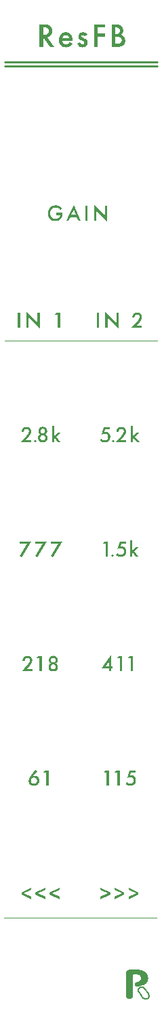
<source format=gbr>
%TF.GenerationSoftware,KiCad,Pcbnew,8.0.2*%
%TF.CreationDate,2025-07-19T14:21:41-07:00*%
%TF.ProjectId,ResFFB - Panel,52657346-4642-4202-9d20-50616e656c2e,rev?*%
%TF.SameCoordinates,Original*%
%TF.FileFunction,Legend,Top*%
%TF.FilePolarity,Positive*%
%FSLAX46Y46*%
G04 Gerber Fmt 4.6, Leading zero omitted, Abs format (unit mm)*
G04 Created by KiCad (PCBNEW 8.0.2) date 2025-07-19 14:21:41*
%MOMM*%
%LPD*%
G01*
G04 APERTURE LIST*
%ADD10C,0.000000*%
%ADD11C,0.176388*%
%ADD12C,0.253998*%
%ADD13C,0.151600*%
%ADD14C,0.126999*%
G04 APERTURE END LIST*
D10*
G36*
X111576553Y-60668600D02*
G01*
X111266109Y-60668600D01*
X111068553Y-60213517D01*
X110264219Y-60213517D01*
X110059609Y-60668600D01*
X109749164Y-60668600D01*
X110090620Y-59941880D01*
X110384164Y-59941880D01*
X110952136Y-59941880D01*
X110673442Y-59303353D01*
X110384164Y-59941880D01*
X110090620Y-59941880D01*
X110684025Y-58678936D01*
X111576553Y-60668600D01*
G37*
G36*
X106867875Y-86271411D02*
G01*
X106903849Y-86274307D01*
X106937838Y-86278918D01*
X106969884Y-86285069D01*
X107000029Y-86292584D01*
X107028313Y-86301288D01*
X107054778Y-86311004D01*
X107079466Y-86321558D01*
X107102417Y-86332773D01*
X107123673Y-86344475D01*
X107143276Y-86356486D01*
X107161266Y-86368631D01*
X107177686Y-86380736D01*
X107192575Y-86392623D01*
X107217931Y-86415045D01*
X107237155Y-86434674D01*
X107255138Y-86455166D01*
X107271881Y-86476475D01*
X107287384Y-86498554D01*
X107301647Y-86521356D01*
X107314670Y-86544836D01*
X107326452Y-86568946D01*
X107336994Y-86593639D01*
X107346295Y-86618871D01*
X107354357Y-86644593D01*
X107361178Y-86670759D01*
X107366759Y-86697324D01*
X107371100Y-86724240D01*
X107374201Y-86751461D01*
X107376061Y-86778940D01*
X107376681Y-86806631D01*
X107376432Y-86822623D01*
X107375682Y-86838822D01*
X107374425Y-86855185D01*
X107372657Y-86871673D01*
X107370372Y-86888244D01*
X107367565Y-86904856D01*
X107364231Y-86921467D01*
X107360365Y-86938038D01*
X107355961Y-86954526D01*
X107351015Y-86970889D01*
X107345521Y-86987088D01*
X107339474Y-87003080D01*
X107332869Y-87018823D01*
X107325701Y-87034278D01*
X107317964Y-87049402D01*
X107309653Y-87064154D01*
X107302830Y-87073490D01*
X107295584Y-87082951D01*
X107287903Y-87092494D01*
X107279777Y-87102079D01*
X107271197Y-87111663D01*
X107262152Y-87121206D01*
X107252632Y-87130666D01*
X107242626Y-87140002D01*
X107232123Y-87149173D01*
X107221114Y-87158137D01*
X107209589Y-87166852D01*
X107197536Y-87175279D01*
X107184946Y-87183374D01*
X107171808Y-87191097D01*
X107158112Y-87198407D01*
X107143848Y-87205262D01*
X107160135Y-87212121D01*
X107175922Y-87219450D01*
X107191202Y-87227224D01*
X107205970Y-87235415D01*
X107220221Y-87244000D01*
X107233951Y-87252951D01*
X107247153Y-87262243D01*
X107259823Y-87271850D01*
X107271956Y-87281746D01*
X107283546Y-87291906D01*
X107294589Y-87302304D01*
X107305078Y-87312913D01*
X107315010Y-87323709D01*
X107324378Y-87334665D01*
X107333177Y-87345755D01*
X107341403Y-87356954D01*
X107330820Y-87356954D01*
X107343398Y-87374309D01*
X107354715Y-87391942D01*
X107364833Y-87409803D01*
X107373815Y-87427840D01*
X107381721Y-87446001D01*
X107388615Y-87464234D01*
X107394557Y-87482488D01*
X107399611Y-87500711D01*
X107403839Y-87518852D01*
X107407301Y-87536858D01*
X107410060Y-87554678D01*
X107412179Y-87572261D01*
X107413719Y-87589554D01*
X107414742Y-87606506D01*
X107415486Y-87639181D01*
X107414636Y-87674199D01*
X107412159Y-87707827D01*
X107408161Y-87740080D01*
X107402753Y-87770975D01*
X107396043Y-87800526D01*
X107388139Y-87828749D01*
X107379150Y-87855660D01*
X107369184Y-87881274D01*
X107358350Y-87905606D01*
X107346757Y-87928672D01*
X107334512Y-87950487D01*
X107321725Y-87971067D01*
X107308503Y-87990428D01*
X107294956Y-88008584D01*
X107281192Y-88025552D01*
X107267320Y-88041347D01*
X107250159Y-88058442D01*
X107231732Y-88075259D01*
X107212013Y-88091684D01*
X107190977Y-88107602D01*
X107168596Y-88122899D01*
X107144847Y-88137463D01*
X107119702Y-88151180D01*
X107093136Y-88163935D01*
X107065123Y-88175615D01*
X107035637Y-88186107D01*
X107004653Y-88195297D01*
X106972144Y-88203071D01*
X106955310Y-88206391D01*
X106938085Y-88209315D01*
X106920466Y-88211828D01*
X106902450Y-88213916D01*
X106884033Y-88215565D01*
X106865213Y-88216760D01*
X106845985Y-88217487D01*
X106826348Y-88217733D01*
X106787443Y-88216799D01*
X106750094Y-88214061D01*
X106714285Y-88209617D01*
X106680000Y-88203567D01*
X106647224Y-88196008D01*
X106615942Y-88187038D01*
X106586138Y-88176756D01*
X106557796Y-88165259D01*
X106530901Y-88152646D01*
X106505437Y-88139014D01*
X106481389Y-88124463D01*
X106458742Y-88109091D01*
X106437480Y-88092994D01*
X106417587Y-88076273D01*
X106399048Y-88059024D01*
X106381848Y-88041347D01*
X106367394Y-88026172D01*
X106353198Y-88009741D01*
X106339354Y-87992039D01*
X106325954Y-87973051D01*
X106313092Y-87952760D01*
X106300860Y-87931151D01*
X106289352Y-87908210D01*
X106278660Y-87883919D01*
X106268878Y-87858264D01*
X106260098Y-87831230D01*
X106252414Y-87802800D01*
X106245918Y-87772960D01*
X106240704Y-87741693D01*
X106236864Y-87708985D01*
X106234492Y-87674819D01*
X106233842Y-87646230D01*
X106512376Y-87646230D01*
X106512707Y-87660237D01*
X106513699Y-87674440D01*
X106515352Y-87688787D01*
X106517668Y-87703227D01*
X106520644Y-87717708D01*
X106524282Y-87732179D01*
X106528582Y-87746588D01*
X106533542Y-87760883D01*
X106539165Y-87775013D01*
X106545449Y-87788925D01*
X106552394Y-87802569D01*
X106560001Y-87815893D01*
X106568269Y-87828844D01*
X106577199Y-87841372D01*
X106586790Y-87853424D01*
X106597042Y-87864950D01*
X106604694Y-87873578D01*
X106613110Y-87882210D01*
X106622312Y-87890771D01*
X106632320Y-87899181D01*
X106643155Y-87907364D01*
X106654837Y-87915242D01*
X106667388Y-87922738D01*
X106680827Y-87929774D01*
X106687887Y-87933095D01*
X106695176Y-87936272D01*
X106702698Y-87939295D01*
X106710455Y-87942155D01*
X106718450Y-87944842D01*
X106726685Y-87947346D01*
X106735163Y-87949658D01*
X106743886Y-87951767D01*
X106752858Y-87953664D01*
X106762080Y-87955340D01*
X106771555Y-87956785D01*
X106781286Y-87957989D01*
X106791276Y-87958942D01*
X106801526Y-87959634D01*
X106812040Y-87960057D01*
X106822820Y-87960200D01*
X106844114Y-87959634D01*
X106864354Y-87957989D01*
X106883561Y-87955340D01*
X106901754Y-87951767D01*
X106918956Y-87947346D01*
X106935185Y-87942155D01*
X106950464Y-87936272D01*
X106964813Y-87929774D01*
X106978253Y-87922738D01*
X106990803Y-87915242D01*
X107002485Y-87907364D01*
X107013320Y-87899181D01*
X107023328Y-87890771D01*
X107032530Y-87882210D01*
X107040947Y-87873578D01*
X107048598Y-87864950D01*
X107058851Y-87852805D01*
X107068442Y-87840215D01*
X107077372Y-87827233D01*
X107085640Y-87813909D01*
X107093246Y-87800296D01*
X107100192Y-87786446D01*
X107106476Y-87772409D01*
X107112098Y-87758238D01*
X107117059Y-87743984D01*
X107121358Y-87729699D01*
X107124996Y-87715434D01*
X107127973Y-87701242D01*
X107130288Y-87687174D01*
X107131942Y-87673282D01*
X107132934Y-87659617D01*
X107133265Y-87646230D01*
X107132894Y-87630905D01*
X107131790Y-87615398D01*
X107129963Y-87599777D01*
X107127422Y-87584110D01*
X107124178Y-87568463D01*
X107120242Y-87552904D01*
X107115624Y-87537500D01*
X107110334Y-87522318D01*
X107104383Y-87507426D01*
X107097780Y-87492890D01*
X107090537Y-87478778D01*
X107082663Y-87465157D01*
X107074169Y-87452094D01*
X107065066Y-87439657D01*
X107055362Y-87427912D01*
X107045070Y-87416927D01*
X107034164Y-87406634D01*
X107022643Y-87396930D01*
X107010553Y-87387826D01*
X106997941Y-87379332D01*
X106984854Y-87371458D01*
X106971338Y-87364215D01*
X106957440Y-87357612D01*
X106943206Y-87351661D01*
X106928682Y-87346371D01*
X106913916Y-87341753D01*
X106898953Y-87337817D01*
X106883840Y-87334573D01*
X106868624Y-87332033D01*
X106853351Y-87330205D01*
X106838067Y-87329101D01*
X106822820Y-87328731D01*
X106807573Y-87329101D01*
X106792290Y-87330205D01*
X106777017Y-87332033D01*
X106761801Y-87334573D01*
X106746688Y-87337817D01*
X106731725Y-87341753D01*
X106716958Y-87346371D01*
X106702435Y-87351661D01*
X106688200Y-87357612D01*
X106674302Y-87364215D01*
X106660786Y-87371458D01*
X106647699Y-87379332D01*
X106635088Y-87387826D01*
X106622998Y-87396930D01*
X106611477Y-87406634D01*
X106600570Y-87416927D01*
X106590278Y-87427913D01*
X106580575Y-87439658D01*
X106571471Y-87452096D01*
X106562977Y-87465159D01*
X106555104Y-87478780D01*
X106547860Y-87492892D01*
X106541258Y-87507428D01*
X106535306Y-87522320D01*
X106530017Y-87537502D01*
X106525398Y-87552905D01*
X106521462Y-87568464D01*
X106518219Y-87584110D01*
X106515678Y-87599777D01*
X106513850Y-87615398D01*
X106512746Y-87630905D01*
X106512376Y-87646230D01*
X106233842Y-87646230D01*
X106233681Y-87639181D01*
X106233857Y-87623066D01*
X106234425Y-87606506D01*
X106235448Y-87589554D01*
X106236988Y-87572261D01*
X106239107Y-87554679D01*
X106241867Y-87536859D01*
X106245329Y-87518853D01*
X106249556Y-87500713D01*
X106254610Y-87482490D01*
X106260553Y-87464236D01*
X106267447Y-87446003D01*
X106275353Y-87427842D01*
X106284334Y-87409805D01*
X106294453Y-87391944D01*
X106305770Y-87374310D01*
X106318348Y-87356954D01*
X106326574Y-87345755D01*
X106335373Y-87334665D01*
X106344741Y-87323709D01*
X106354673Y-87312913D01*
X106365162Y-87302303D01*
X106376205Y-87291905D01*
X106387795Y-87281745D01*
X106399928Y-87271848D01*
X106412598Y-87262241D01*
X106425800Y-87252948D01*
X106439530Y-87243997D01*
X106453781Y-87235413D01*
X106468550Y-87227222D01*
X106483830Y-87219449D01*
X106499616Y-87212120D01*
X106515904Y-87205262D01*
X106501600Y-87198406D01*
X106487798Y-87191096D01*
X106474503Y-87183372D01*
X106461719Y-87175276D01*
X106449452Y-87166850D01*
X106437707Y-87158135D01*
X106426489Y-87149171D01*
X106415803Y-87140001D01*
X106405654Y-87130665D01*
X106396048Y-87121205D01*
X106386990Y-87111662D01*
X106378485Y-87102078D01*
X106370538Y-87092494D01*
X106363155Y-87082951D01*
X106356339Y-87073490D01*
X106350098Y-87064154D01*
X106341206Y-87049402D01*
X106333038Y-87034278D01*
X106325572Y-87018823D01*
X106318789Y-87003079D01*
X106312667Y-86987087D01*
X106307186Y-86970888D01*
X106302325Y-86954524D01*
X106298063Y-86938036D01*
X106294380Y-86921465D01*
X106291256Y-86904853D01*
X106288668Y-86888242D01*
X106286598Y-86871671D01*
X106285023Y-86855184D01*
X106283924Y-86838820D01*
X106283280Y-86822622D01*
X106283116Y-86810151D01*
X106540598Y-86810151D01*
X106541004Y-86825856D01*
X106542196Y-86841210D01*
X106544133Y-86856192D01*
X106546772Y-86870782D01*
X106550072Y-86884958D01*
X106553993Y-86898701D01*
X106558492Y-86911989D01*
X106563529Y-86924801D01*
X106569061Y-86937118D01*
X106575049Y-86948918D01*
X106581450Y-86960180D01*
X106588223Y-86970884D01*
X106595327Y-86981010D01*
X106602720Y-86990536D01*
X106610361Y-86999441D01*
X106618209Y-87007706D01*
X106627872Y-87017377D01*
X106638294Y-87026536D01*
X106649409Y-87035168D01*
X106661149Y-87043258D01*
X106673447Y-87050789D01*
X106686236Y-87057748D01*
X106699449Y-87064117D01*
X106713018Y-87069881D01*
X106726877Y-87075026D01*
X106740958Y-87079535D01*
X106755194Y-87083393D01*
X106769518Y-87086584D01*
X106783862Y-87089093D01*
X106798160Y-87090904D01*
X106812345Y-87092003D01*
X106826348Y-87092372D01*
X106840351Y-87092003D01*
X106854536Y-87090905D01*
X106868834Y-87089093D01*
X106883178Y-87086585D01*
X106897502Y-87083394D01*
X106911738Y-87079536D01*
X106925819Y-87075028D01*
X106939678Y-87069883D01*
X106953247Y-87064119D01*
X106966460Y-87057750D01*
X106979249Y-87050792D01*
X106991547Y-87043260D01*
X107003287Y-87035170D01*
X107014402Y-87026537D01*
X107024824Y-87017378D01*
X107034487Y-87007706D01*
X107042335Y-86999480D01*
X107049976Y-86990681D01*
X107057369Y-86981312D01*
X107064473Y-86971381D01*
X107071246Y-86960891D01*
X107077647Y-86949848D01*
X107083635Y-86938258D01*
X107089168Y-86926125D01*
X107094204Y-86913455D01*
X107098704Y-86900252D01*
X107102624Y-86886523D01*
X107105925Y-86872271D01*
X107108564Y-86857503D01*
X107110500Y-86842224D01*
X107111692Y-86826438D01*
X107112098Y-86810151D01*
X107111731Y-86793783D01*
X107110644Y-86777766D01*
X107108866Y-86762122D01*
X107106421Y-86746870D01*
X107103335Y-86732032D01*
X107099634Y-86717627D01*
X107095344Y-86703678D01*
X107090491Y-86690204D01*
X107085100Y-86677226D01*
X107079198Y-86664765D01*
X107072809Y-86652842D01*
X107065961Y-86641476D01*
X107058679Y-86630690D01*
X107050989Y-86620503D01*
X107042916Y-86610936D01*
X107034487Y-86602011D01*
X107024980Y-86593581D01*
X107014988Y-86585508D01*
X107004520Y-86577818D01*
X106993587Y-86570536D01*
X106982199Y-86563688D01*
X106970367Y-86557299D01*
X106958101Y-86551397D01*
X106945411Y-86546007D01*
X106932307Y-86541153D01*
X106918801Y-86536863D01*
X106904901Y-86533163D01*
X106890620Y-86530077D01*
X106875966Y-86527632D01*
X106860951Y-86525853D01*
X106845584Y-86524767D01*
X106829876Y-86524399D01*
X106814129Y-86524767D01*
X106798656Y-86525853D01*
X106783483Y-86527632D01*
X106768636Y-86530077D01*
X106754140Y-86533163D01*
X106740021Y-86536863D01*
X106726305Y-86541153D01*
X106713018Y-86546007D01*
X106700186Y-86551397D01*
X106687835Y-86557299D01*
X106675990Y-86563688D01*
X106664677Y-86570536D01*
X106653922Y-86577818D01*
X106643751Y-86585508D01*
X106634190Y-86593581D01*
X106625265Y-86602011D01*
X106618209Y-86602011D01*
X106609199Y-86611557D01*
X106600694Y-86621661D01*
X106592707Y-86632303D01*
X106585247Y-86643462D01*
X106578324Y-86655117D01*
X106571948Y-86667247D01*
X106566131Y-86679832D01*
X106560883Y-86692851D01*
X106556213Y-86706284D01*
X106552132Y-86720109D01*
X106548651Y-86734307D01*
X106545779Y-86748856D01*
X106543528Y-86763735D01*
X106541907Y-86778925D01*
X106540927Y-86794403D01*
X106540598Y-86810151D01*
X106283116Y-86810151D01*
X106283070Y-86806631D01*
X106283690Y-86778940D01*
X106285550Y-86751461D01*
X106288651Y-86724240D01*
X106292992Y-86697324D01*
X106298573Y-86670759D01*
X106305394Y-86644593D01*
X106313456Y-86618871D01*
X106322757Y-86593639D01*
X106333299Y-86568946D01*
X106345082Y-86544836D01*
X106358104Y-86521356D01*
X106372367Y-86498554D01*
X106387870Y-86476475D01*
X106404613Y-86455166D01*
X106422596Y-86434674D01*
X106441820Y-86415045D01*
X106453774Y-86404118D01*
X106467176Y-86392623D01*
X106482066Y-86380736D01*
X106498485Y-86368631D01*
X106516475Y-86356486D01*
X106536078Y-86344475D01*
X106557334Y-86332773D01*
X106580285Y-86321558D01*
X106604973Y-86311004D01*
X106617981Y-86306030D01*
X106631438Y-86301288D01*
X106645350Y-86296798D01*
X106659722Y-86292584D01*
X106674560Y-86288667D01*
X106689867Y-86285069D01*
X106705650Y-86281812D01*
X106721913Y-86278918D01*
X106738662Y-86276409D01*
X106755903Y-86274307D01*
X106773639Y-86272633D01*
X106791876Y-86271411D01*
X106810620Y-86270662D01*
X106829876Y-86270407D01*
X106867875Y-86271411D01*
G37*
G36*
X114987913Y-102412781D02*
G01*
X114698634Y-102412781D01*
X114698634Y-100797059D01*
X114370551Y-100797059D01*
X114529301Y-100532477D01*
X114987913Y-100532477D01*
X114987913Y-102412781D01*
G37*
G36*
X108052303Y-102479813D02*
G01*
X107826525Y-102338705D01*
X108761386Y-100797069D01*
X108761387Y-100797059D01*
X107837109Y-100797059D01*
X107837109Y-100532477D01*
X109237636Y-100532477D01*
X108052303Y-102479813D01*
G37*
G36*
X115107857Y-130860762D02*
G01*
X114818580Y-130860762D01*
X114818580Y-129245050D01*
X114490495Y-129245050D01*
X114649247Y-128980462D01*
X115107857Y-128980462D01*
X115107857Y-130860762D01*
G37*
G36*
X107152720Y-143804179D02*
G01*
X106221387Y-144245148D01*
X107152720Y-144686127D01*
X107152720Y-144957764D01*
X105928582Y-144361572D01*
X105928582Y-144128733D01*
X107152720Y-143532542D01*
X107152720Y-143804179D01*
G37*
G36*
X108174970Y-114725733D02*
G01*
X108210944Y-114728628D01*
X108244933Y-114733240D01*
X108276979Y-114739391D01*
X108307124Y-114746906D01*
X108335408Y-114755610D01*
X108361873Y-114765326D01*
X108386561Y-114775880D01*
X108409512Y-114787095D01*
X108430768Y-114798796D01*
X108450371Y-114810808D01*
X108468361Y-114822953D01*
X108484781Y-114835058D01*
X108499670Y-114846945D01*
X108525026Y-114869367D01*
X108544250Y-114888996D01*
X108562233Y-114909488D01*
X108578976Y-114930797D01*
X108594479Y-114952876D01*
X108608742Y-114975678D01*
X108621764Y-114999158D01*
X108633547Y-115023268D01*
X108644089Y-115047961D01*
X108653390Y-115073193D01*
X108661452Y-115098915D01*
X108668273Y-115125081D01*
X108673854Y-115151646D01*
X108678195Y-115178562D01*
X108681296Y-115205783D01*
X108683156Y-115233262D01*
X108683776Y-115260953D01*
X108683527Y-115276945D01*
X108682777Y-115293144D01*
X108681521Y-115309507D01*
X108679752Y-115325995D01*
X108677467Y-115342566D01*
X108674661Y-115359178D01*
X108671327Y-115375789D01*
X108667460Y-115392360D01*
X108663057Y-115408848D01*
X108658110Y-115425211D01*
X108652616Y-115441410D01*
X108646569Y-115457401D01*
X108639964Y-115473145D01*
X108632796Y-115488600D01*
X108625059Y-115503724D01*
X108616749Y-115518475D01*
X108609926Y-115527812D01*
X108602679Y-115537273D01*
X108594998Y-115546816D01*
X108586873Y-115556401D01*
X108578293Y-115565985D01*
X108569248Y-115575528D01*
X108559727Y-115584989D01*
X108549721Y-115594325D01*
X108539218Y-115603496D01*
X108528210Y-115612460D01*
X108516684Y-115621176D01*
X108504631Y-115629603D01*
X108492041Y-115637699D01*
X108478903Y-115645422D01*
X108465207Y-115652733D01*
X108450943Y-115659589D01*
X108467231Y-115666447D01*
X108483017Y-115673776D01*
X108498297Y-115681548D01*
X108513065Y-115689739D01*
X108527317Y-115698323D01*
X108541046Y-115707274D01*
X108554249Y-115716566D01*
X108566919Y-115726172D01*
X108579052Y-115736069D01*
X108590642Y-115746228D01*
X108601684Y-115756626D01*
X108612174Y-115767235D01*
X108622105Y-115778031D01*
X108631473Y-115788987D01*
X108640273Y-115800077D01*
X108648499Y-115811276D01*
X108637915Y-115811276D01*
X108650493Y-115828631D01*
X108661810Y-115846264D01*
X108671928Y-115864125D01*
X108680910Y-115882162D01*
X108688816Y-115900323D01*
X108695710Y-115918556D01*
X108701653Y-115936810D01*
X108706707Y-115955033D01*
X108710934Y-115973174D01*
X108714396Y-115991180D01*
X108717156Y-116009000D01*
X108719275Y-116026583D01*
X108720814Y-116043876D01*
X108721838Y-116060828D01*
X108722582Y-116093503D01*
X108721732Y-116128521D01*
X108719254Y-116162149D01*
X108715257Y-116194402D01*
X108709849Y-116225297D01*
X108703139Y-116254848D01*
X108695235Y-116283071D01*
X108686245Y-116309982D01*
X108676280Y-116335596D01*
X108665446Y-116359928D01*
X108653852Y-116382994D01*
X108641607Y-116404809D01*
X108628820Y-116425389D01*
X108615598Y-116444750D01*
X108602051Y-116462906D01*
X108588287Y-116479874D01*
X108574415Y-116495668D01*
X108557254Y-116512764D01*
X108538827Y-116529581D01*
X108519108Y-116546006D01*
X108498072Y-116561923D01*
X108475691Y-116577221D01*
X108451942Y-116591785D01*
X108426797Y-116605502D01*
X108400231Y-116618257D01*
X108372218Y-116629937D01*
X108342732Y-116640429D01*
X108311748Y-116649619D01*
X108279239Y-116657393D01*
X108262405Y-116660713D01*
X108245180Y-116663637D01*
X108227561Y-116666150D01*
X108209545Y-116668238D01*
X108191128Y-116669886D01*
X108172308Y-116671082D01*
X108153080Y-116671809D01*
X108133443Y-116672055D01*
X108094538Y-116671120D01*
X108057189Y-116668383D01*
X108021380Y-116663939D01*
X107987095Y-116657889D01*
X107954319Y-116650330D01*
X107923037Y-116641360D01*
X107893233Y-116631077D01*
X107864891Y-116619581D01*
X107837996Y-116606967D01*
X107812532Y-116593336D01*
X107788485Y-116578785D01*
X107765837Y-116563413D01*
X107744575Y-116547316D01*
X107724682Y-116530595D01*
X107706143Y-116513346D01*
X107688943Y-116495668D01*
X107674489Y-116480494D01*
X107660293Y-116464063D01*
X107646449Y-116446361D01*
X107633050Y-116427373D01*
X107620187Y-116407082D01*
X107607955Y-116385473D01*
X107596447Y-116362532D01*
X107585755Y-116338241D01*
X107575973Y-116312586D01*
X107567193Y-116285552D01*
X107559509Y-116257122D01*
X107553013Y-116227282D01*
X107547799Y-116196015D01*
X107543959Y-116163307D01*
X107541588Y-116129141D01*
X107540937Y-116100552D01*
X107819471Y-116100552D01*
X107819802Y-116114559D01*
X107820794Y-116128762D01*
X107822447Y-116143109D01*
X107824763Y-116157549D01*
X107827739Y-116172030D01*
X107831377Y-116186501D01*
X107835677Y-116200910D01*
X107840638Y-116215205D01*
X107846260Y-116229335D01*
X107852544Y-116243247D01*
X107859489Y-116256891D01*
X107867096Y-116270215D01*
X107875364Y-116283166D01*
X107884294Y-116295694D01*
X107893885Y-116307746D01*
X107904137Y-116319272D01*
X107911789Y-116327900D01*
X107920205Y-116336532D01*
X107929407Y-116345093D01*
X107939415Y-116353504D01*
X107950250Y-116361687D01*
X107961932Y-116369566D01*
X107974483Y-116377062D01*
X107987922Y-116384098D01*
X107994982Y-116387420D01*
X108002271Y-116390597D01*
X108009793Y-116393620D01*
X108017550Y-116396481D01*
X108025545Y-116399168D01*
X108033780Y-116401672D01*
X108042258Y-116403984D01*
X108050981Y-116406093D01*
X108059952Y-116407991D01*
X108069174Y-116409667D01*
X108078650Y-116411112D01*
X108088381Y-116412315D01*
X108098370Y-116413269D01*
X108108621Y-116413961D01*
X108119135Y-116414384D01*
X108129915Y-116414527D01*
X108151209Y-116413961D01*
X108171449Y-116412315D01*
X108190655Y-116409667D01*
X108208849Y-116406093D01*
X108226050Y-116401672D01*
X108242280Y-116396481D01*
X108257559Y-116390597D01*
X108271908Y-116384098D01*
X108285347Y-116377062D01*
X108297898Y-116369566D01*
X108309580Y-116361687D01*
X108320415Y-116353504D01*
X108330423Y-116345093D01*
X108339625Y-116336532D01*
X108348041Y-116327900D01*
X108355693Y-116319272D01*
X108365945Y-116307127D01*
X108375536Y-116294537D01*
X108384466Y-116281555D01*
X108392734Y-116268231D01*
X108400341Y-116254618D01*
X108407286Y-116240768D01*
X108413570Y-116226731D01*
X108419192Y-116212559D01*
X108424153Y-116198306D01*
X108428453Y-116184021D01*
X108432091Y-116169756D01*
X108435067Y-116155564D01*
X108437383Y-116141496D01*
X108439036Y-116127604D01*
X108440028Y-116113938D01*
X108440359Y-116100552D01*
X108439989Y-116085226D01*
X108438885Y-116069720D01*
X108437057Y-116054099D01*
X108434516Y-116038432D01*
X108431273Y-116022785D01*
X108427337Y-116007226D01*
X108422718Y-115991822D01*
X108417428Y-115976640D01*
X108411477Y-115961748D01*
X108404874Y-115947212D01*
X108397631Y-115933100D01*
X108389757Y-115919479D01*
X108381264Y-115906416D01*
X108372160Y-115893979D01*
X108362457Y-115882234D01*
X108352165Y-115871248D01*
X108341258Y-115860957D01*
X108329737Y-115851254D01*
X108317648Y-115842150D01*
X108305036Y-115833656D01*
X108291949Y-115825782D01*
X108278433Y-115818539D01*
X108264535Y-115811936D01*
X108250300Y-115805985D01*
X108235777Y-115800695D01*
X108221010Y-115796076D01*
X108206047Y-115792140D01*
X108190934Y-115788896D01*
X108175718Y-115786355D01*
X108160445Y-115784527D01*
X108145162Y-115783423D01*
X108129915Y-115783053D01*
X108114668Y-115783423D01*
X108099384Y-115784527D01*
X108084111Y-115786355D01*
X108068895Y-115788896D01*
X108053783Y-115792140D01*
X108038820Y-115796076D01*
X108024053Y-115800695D01*
X108009530Y-115805985D01*
X107995295Y-115811936D01*
X107981397Y-115818539D01*
X107967881Y-115825782D01*
X107954794Y-115833656D01*
X107942183Y-115842150D01*
X107930093Y-115851254D01*
X107918572Y-115860957D01*
X107907665Y-115871248D01*
X107897373Y-115882234D01*
X107887670Y-115893980D01*
X107878566Y-115906418D01*
X107870072Y-115919481D01*
X107862199Y-115933102D01*
X107854955Y-115947214D01*
X107848353Y-115961750D01*
X107842401Y-115976642D01*
X107837111Y-115991824D01*
X107832493Y-116007227D01*
X107828557Y-116022786D01*
X107825314Y-116038432D01*
X107822773Y-116054099D01*
X107820945Y-116069720D01*
X107819841Y-116085227D01*
X107819471Y-116100552D01*
X107540937Y-116100552D01*
X107540776Y-116093503D01*
X107540952Y-116077388D01*
X107541520Y-116060828D01*
X107542544Y-116043876D01*
X107544083Y-116026583D01*
X107546202Y-116009001D01*
X107548962Y-115991181D01*
X107552424Y-115973175D01*
X107556651Y-115955035D01*
X107561705Y-115936812D01*
X107567648Y-115918558D01*
X107574542Y-115900325D01*
X107582448Y-115882164D01*
X107591429Y-115864127D01*
X107601548Y-115846266D01*
X107612865Y-115828632D01*
X107625443Y-115811276D01*
X107633669Y-115800077D01*
X107642468Y-115788987D01*
X107651837Y-115778031D01*
X107661768Y-115767235D01*
X107672257Y-115756625D01*
X107683300Y-115746227D01*
X107694890Y-115736067D01*
X107707023Y-115726170D01*
X107719693Y-115716563D01*
X107732895Y-115707272D01*
X107746625Y-115698321D01*
X107760876Y-115689737D01*
X107775645Y-115681546D01*
X107790924Y-115673774D01*
X107806711Y-115666446D01*
X107822998Y-115659589D01*
X107808695Y-115652732D01*
X107794893Y-115645421D01*
X107781598Y-115637697D01*
X107768814Y-115629600D01*
X107756547Y-115621174D01*
X107744801Y-115612458D01*
X107733583Y-115603494D01*
X107722898Y-115594323D01*
X107712749Y-115584987D01*
X107703143Y-115575527D01*
X107694086Y-115565984D01*
X107685580Y-115556400D01*
X107677634Y-115546816D01*
X107670250Y-115537273D01*
X107663435Y-115527812D01*
X107657193Y-115518475D01*
X107648301Y-115503724D01*
X107640133Y-115488600D01*
X107632667Y-115473145D01*
X107625884Y-115457401D01*
X107619762Y-115441409D01*
X107614281Y-115425210D01*
X107609420Y-115408846D01*
X107605158Y-115392358D01*
X107601475Y-115375787D01*
X107598351Y-115359175D01*
X107595763Y-115342563D01*
X107593693Y-115325993D01*
X107592118Y-115309505D01*
X107591019Y-115293142D01*
X107590375Y-115276944D01*
X107590211Y-115264473D01*
X107847693Y-115264473D01*
X107848100Y-115280178D01*
X107849292Y-115295532D01*
X107851228Y-115310514D01*
X107853867Y-115325104D01*
X107857167Y-115339280D01*
X107861088Y-115353023D01*
X107865587Y-115366311D01*
X107870624Y-115379123D01*
X107876157Y-115391440D01*
X107882144Y-115403240D01*
X107888545Y-115414502D01*
X107895318Y-115425206D01*
X107902422Y-115435332D01*
X107909815Y-115444858D01*
X107917456Y-115453763D01*
X107925304Y-115462028D01*
X107934967Y-115471699D01*
X107945389Y-115480858D01*
X107956504Y-115489490D01*
X107968244Y-115497580D01*
X107980542Y-115505111D01*
X107993331Y-115512070D01*
X108006544Y-115518439D01*
X108020113Y-115524203D01*
X108033972Y-115529348D01*
X108048053Y-115533857D01*
X108062289Y-115537715D01*
X108076612Y-115540906D01*
X108090957Y-115543415D01*
X108105255Y-115545226D01*
X108119439Y-115546325D01*
X108133443Y-115546694D01*
X108147446Y-115546325D01*
X108161631Y-115545227D01*
X108175929Y-115543415D01*
X108190273Y-115540907D01*
X108204597Y-115537716D01*
X108218833Y-115533858D01*
X108232914Y-115529349D01*
X108246773Y-115524205D01*
X108260342Y-115518441D01*
X108273555Y-115512072D01*
X108286344Y-115505114D01*
X108298642Y-115497582D01*
X108310382Y-115489492D01*
X108321497Y-115480859D01*
X108331919Y-115471700D01*
X108341581Y-115462028D01*
X108349429Y-115453802D01*
X108357071Y-115445003D01*
X108364464Y-115435635D01*
X108371568Y-115425703D01*
X108378341Y-115415214D01*
X108384742Y-115404172D01*
X108390729Y-115392582D01*
X108396262Y-115380449D01*
X108401299Y-115367779D01*
X108405798Y-115354576D01*
X108409719Y-115340847D01*
X108413019Y-115326595D01*
X108415658Y-115311827D01*
X108417594Y-115296547D01*
X108418786Y-115280760D01*
X108419193Y-115264473D01*
X108418825Y-115248105D01*
X108417739Y-115232088D01*
X108415960Y-115216444D01*
X108413515Y-115201192D01*
X108410429Y-115186354D01*
X108406728Y-115171949D01*
X108402438Y-115158000D01*
X108397585Y-115144526D01*
X108392194Y-115131548D01*
X108386292Y-115119087D01*
X108379904Y-115107164D01*
X108373056Y-115095798D01*
X108365774Y-115085012D01*
X108358083Y-115074825D01*
X108350011Y-115065258D01*
X108341581Y-115056333D01*
X108332075Y-115047903D01*
X108322082Y-115039830D01*
X108311614Y-115032140D01*
X108300682Y-115024858D01*
X108289294Y-115018009D01*
X108277462Y-115011621D01*
X108265195Y-115005719D01*
X108252505Y-115000328D01*
X108239402Y-114995475D01*
X108225895Y-114991185D01*
X108211996Y-114987485D01*
X108197715Y-114984399D01*
X108183061Y-114981954D01*
X108168045Y-114980175D01*
X108152679Y-114979089D01*
X108136971Y-114978721D01*
X108121224Y-114979089D01*
X108105751Y-114980175D01*
X108090578Y-114981954D01*
X108075731Y-114984399D01*
X108061234Y-114987485D01*
X108047116Y-114991185D01*
X108033400Y-114995475D01*
X108020113Y-115000328D01*
X108007281Y-115005719D01*
X107994929Y-115011621D01*
X107983084Y-115018009D01*
X107971771Y-115024858D01*
X107961017Y-115032140D01*
X107950846Y-115039830D01*
X107941285Y-115047903D01*
X107932360Y-115056333D01*
X107925304Y-115056333D01*
X107916293Y-115065879D01*
X107907789Y-115075983D01*
X107899802Y-115086625D01*
X107892341Y-115097784D01*
X107885418Y-115109439D01*
X107879043Y-115121569D01*
X107873226Y-115134154D01*
X107867978Y-115147173D01*
X107863308Y-115160606D01*
X107859227Y-115174431D01*
X107855746Y-115188629D01*
X107852875Y-115203177D01*
X107850623Y-115218057D01*
X107849002Y-115233246D01*
X107848022Y-115248725D01*
X107847693Y-115264473D01*
X107590211Y-115264473D01*
X107590165Y-115260953D01*
X107590785Y-115233262D01*
X107592646Y-115205783D01*
X107595746Y-115178562D01*
X107600087Y-115151646D01*
X107605668Y-115125081D01*
X107612489Y-115098915D01*
X107620551Y-115073193D01*
X107629853Y-115047961D01*
X107640395Y-115023268D01*
X107652177Y-114999158D01*
X107665199Y-114975678D01*
X107679462Y-114952876D01*
X107694965Y-114930797D01*
X107711708Y-114909488D01*
X107729691Y-114888996D01*
X107748915Y-114869367D01*
X107760869Y-114858440D01*
X107774271Y-114846945D01*
X107789161Y-114835058D01*
X107805580Y-114822953D01*
X107823570Y-114810808D01*
X107843173Y-114798796D01*
X107864429Y-114787095D01*
X107887380Y-114775880D01*
X107912068Y-114765326D01*
X107925076Y-114760352D01*
X107938533Y-114755610D01*
X107952445Y-114751120D01*
X107966817Y-114746906D01*
X107981655Y-114742989D01*
X107996962Y-114739391D01*
X108012745Y-114736134D01*
X108029008Y-114733240D01*
X108045757Y-114730731D01*
X108062998Y-114728628D01*
X108080734Y-114726955D01*
X108098971Y-114725733D01*
X108117715Y-114724983D01*
X108136971Y-114724729D01*
X108174970Y-114725733D01*
G37*
G36*
X113848440Y-73964793D02*
G01*
X113559163Y-73964793D01*
X113559163Y-72084486D01*
X113848440Y-72084486D01*
X113848440Y-73964793D01*
G37*
G36*
X115259551Y-144128744D02*
G01*
X115259551Y-144361583D01*
X114035412Y-144957774D01*
X114035412Y-144686147D01*
X114966745Y-144245168D01*
X114035412Y-143804199D01*
X114035412Y-143532552D01*
X115259551Y-144128744D01*
G37*
G36*
X107547831Y-130860762D02*
G01*
X107258554Y-130860762D01*
X107258554Y-129245050D01*
X106930471Y-129245050D01*
X107089220Y-128980462D01*
X107547831Y-128980462D01*
X107547831Y-130860762D01*
G37*
G36*
X114596329Y-60090045D02*
G01*
X114596329Y-58788296D01*
X114885606Y-58788296D01*
X114885606Y-60785020D01*
X113520357Y-59356268D01*
X113520357Y-60672130D01*
X113231080Y-60672130D01*
X113231080Y-58661294D01*
X114596329Y-60090045D01*
G37*
G36*
X118759106Y-144128744D02*
G01*
X118759106Y-144361583D01*
X117534968Y-144957774D01*
X117534968Y-144686147D01*
X118466300Y-144245168D01*
X117534968Y-143804199D01*
X117534968Y-143532552D01*
X118759106Y-144128744D01*
G37*
G36*
X115929818Y-36243686D02*
G01*
X115993392Y-36245437D01*
X116054092Y-36248501D01*
X116112054Y-36252996D01*
X116167412Y-36259041D01*
X116220299Y-36266755D01*
X116270851Y-36276258D01*
X116319201Y-36287667D01*
X116365484Y-36301102D01*
X116409834Y-36316682D01*
X116452386Y-36334525D01*
X116493274Y-36354750D01*
X116532633Y-36377476D01*
X116570596Y-36402823D01*
X116607298Y-36430908D01*
X116642874Y-36461851D01*
X116670408Y-36489389D01*
X116696128Y-36517779D01*
X116720040Y-36547047D01*
X116742148Y-36577220D01*
X116762458Y-36608324D01*
X116780974Y-36640383D01*
X116797703Y-36673424D01*
X116812648Y-36707473D01*
X116825816Y-36742555D01*
X116837212Y-36778696D01*
X116846840Y-36815923D01*
X116854706Y-36854261D01*
X116860815Y-36893736D01*
X116865172Y-36934373D01*
X116867783Y-36976199D01*
X116868652Y-37019240D01*
X116868437Y-37039824D01*
X116867763Y-37060553D01*
X116866582Y-37081407D01*
X116864848Y-37102363D01*
X116862515Y-37123402D01*
X116859536Y-37144504D01*
X116855865Y-37165646D01*
X116851454Y-37186809D01*
X116846258Y-37207973D01*
X116840230Y-37229115D01*
X116833323Y-37250216D01*
X116825492Y-37271255D01*
X116816688Y-37292212D01*
X116806867Y-37313065D01*
X116795981Y-37333794D01*
X116783984Y-37354379D01*
X116771841Y-37374270D01*
X116759263Y-37392957D01*
X116746313Y-37410476D01*
X116733053Y-37426863D01*
X116719544Y-37442155D01*
X116705850Y-37456388D01*
X116692032Y-37469597D01*
X116678152Y-37481820D01*
X116664272Y-37493091D01*
X116650453Y-37503448D01*
X116636759Y-37512926D01*
X116623251Y-37521562D01*
X116609991Y-37529392D01*
X116597041Y-37536452D01*
X116584462Y-37542778D01*
X116572318Y-37548406D01*
X116596468Y-37555317D01*
X116630582Y-37565990D01*
X116650767Y-37572983D01*
X116672715Y-37581211D01*
X116696182Y-37590772D01*
X116720926Y-37601764D01*
X116746703Y-37614286D01*
X116773271Y-37628436D01*
X116800386Y-37644312D01*
X116827807Y-37662012D01*
X116855289Y-37681634D01*
X116868978Y-37692197D01*
X116882591Y-37703277D01*
X116896098Y-37714887D01*
X116909468Y-37727039D01*
X116922673Y-37739745D01*
X116935680Y-37753017D01*
X116962778Y-37783804D01*
X116987266Y-37815257D01*
X117009264Y-37847299D01*
X117028890Y-37879852D01*
X117046262Y-37912840D01*
X117061501Y-37946184D01*
X117074724Y-37979807D01*
X117086050Y-38013632D01*
X117095599Y-38047581D01*
X117103489Y-38081576D01*
X117109839Y-38115540D01*
X117114768Y-38149396D01*
X117118395Y-38183066D01*
X117120838Y-38216472D01*
X117122217Y-38249537D01*
X117122651Y-38282184D01*
X117122062Y-38320019D01*
X117120260Y-38356825D01*
X117117186Y-38392650D01*
X117112784Y-38427539D01*
X117106997Y-38461540D01*
X117099768Y-38494698D01*
X117091041Y-38527061D01*
X117080758Y-38558674D01*
X117068863Y-38589584D01*
X117055299Y-38619838D01*
X117040009Y-38649482D01*
X117022936Y-38678563D01*
X117004024Y-38707127D01*
X116983215Y-38735221D01*
X116960452Y-38762891D01*
X116935680Y-38790184D01*
X116914159Y-38811769D01*
X116891962Y-38832225D01*
X116869136Y-38851582D01*
X116845728Y-38869869D01*
X116797355Y-38903348D01*
X116747219Y-38932894D01*
X116695698Y-38958739D01*
X116643170Y-38981118D01*
X116590011Y-39000261D01*
X116536599Y-39016403D01*
X116483311Y-39029774D01*
X116430525Y-39040608D01*
X116378616Y-39049137D01*
X116327964Y-39055594D01*
X116278944Y-39060211D01*
X116231935Y-39063221D01*
X116145456Y-39065350D01*
X115439902Y-39065350D01*
X115439902Y-38659656D01*
X115439902Y-37812990D01*
X115866765Y-37812990D01*
X115866765Y-38659656D01*
X116127820Y-38659656D01*
X116177126Y-38658574D01*
X116231227Y-38654971D01*
X116259508Y-38652055D01*
X116288306Y-38648308D01*
X116317392Y-38643661D01*
X116346541Y-38638049D01*
X116375525Y-38631402D01*
X116404116Y-38623655D01*
X116432086Y-38614740D01*
X116459209Y-38604590D01*
X116485258Y-38593137D01*
X116510004Y-38580316D01*
X116533220Y-38566057D01*
X116554679Y-38550295D01*
X116570217Y-38537119D01*
X116585052Y-38522769D01*
X116599142Y-38507313D01*
X116612447Y-38490819D01*
X116624926Y-38473353D01*
X116636536Y-38454983D01*
X116647236Y-38435776D01*
X116656986Y-38415799D01*
X116665743Y-38395119D01*
X116673467Y-38373803D01*
X116680116Y-38351919D01*
X116685649Y-38329533D01*
X116690024Y-38306714D01*
X116693200Y-38283528D01*
X116695137Y-38260042D01*
X116695791Y-38236323D01*
X116695299Y-38215167D01*
X116693834Y-38194072D01*
X116691419Y-38173102D01*
X116688074Y-38152318D01*
X116683820Y-38131782D01*
X116678676Y-38111555D01*
X116672664Y-38091701D01*
X116665805Y-38072281D01*
X116658119Y-38053357D01*
X116649627Y-38034992D01*
X116640350Y-38017246D01*
X116630307Y-38000182D01*
X116619521Y-37983863D01*
X116608011Y-37968350D01*
X116595798Y-37953705D01*
X116582903Y-37939990D01*
X116571505Y-37929693D01*
X116559811Y-37919960D01*
X116547834Y-37910774D01*
X116535588Y-37902121D01*
X116510341Y-37886350D01*
X116484180Y-37872521D01*
X116457213Y-37860511D01*
X116429548Y-37850197D01*
X116401294Y-37841453D01*
X116372559Y-37834156D01*
X116343452Y-37828183D01*
X116314082Y-37823408D01*
X116284557Y-37819708D01*
X116254985Y-37816958D01*
X116225475Y-37815036D01*
X116196136Y-37813817D01*
X116138403Y-37812990D01*
X115866765Y-37812990D01*
X115439902Y-37812990D01*
X115439902Y-37456684D01*
X115439902Y-36648823D01*
X115866764Y-36648823D01*
X115866764Y-37456684D01*
X115997291Y-37456684D01*
X116038639Y-37455892D01*
X116060380Y-37454754D01*
X116082674Y-37452991D01*
X116105402Y-37450505D01*
X116128445Y-37447196D01*
X116151685Y-37442968D01*
X116175002Y-37437722D01*
X116198278Y-37431360D01*
X116221394Y-37423784D01*
X116244230Y-37414894D01*
X116266669Y-37404594D01*
X116288591Y-37392785D01*
X116309877Y-37379369D01*
X116330409Y-37364248D01*
X116340355Y-37356017D01*
X116350068Y-37347323D01*
X116359072Y-37338603D01*
X116367574Y-37329649D01*
X116375588Y-37320477D01*
X116383127Y-37311101D01*
X116390206Y-37301537D01*
X116396840Y-37291799D01*
X116408827Y-37271862D01*
X116419202Y-37251407D01*
X116428079Y-37230555D01*
X116435570Y-37209424D01*
X116441791Y-37188132D01*
X116446853Y-37166799D01*
X116450872Y-37145544D01*
X116453961Y-37124485D01*
X116456233Y-37103741D01*
X116457802Y-37083432D01*
X116458782Y-37063675D01*
X116459430Y-37026295D01*
X116459250Y-37010222D01*
X116458651Y-36993788D01*
X116457546Y-36977043D01*
X116455847Y-36960039D01*
X116453466Y-36942829D01*
X116450314Y-36925464D01*
X116446305Y-36907996D01*
X116441350Y-36890476D01*
X116435361Y-36872956D01*
X116428251Y-36855488D01*
X116419932Y-36838123D01*
X116410316Y-36820913D01*
X116399315Y-36803909D01*
X116386841Y-36787165D01*
X116372807Y-36770730D01*
X116357124Y-36754657D01*
X116338359Y-36738353D01*
X116319124Y-36723775D01*
X116299445Y-36710830D01*
X116279347Y-36699425D01*
X116258857Y-36689467D01*
X116237999Y-36680863D01*
X116216801Y-36673520D01*
X116195287Y-36667344D01*
X116173484Y-36662244D01*
X116151417Y-36658125D01*
X116129113Y-36654895D01*
X116106596Y-36652461D01*
X116083894Y-36650730D01*
X116061031Y-36649609D01*
X116014929Y-36648823D01*
X115866764Y-36648823D01*
X115439902Y-36648823D01*
X115439902Y-36243129D01*
X115863236Y-36243129D01*
X115929818Y-36243686D01*
G37*
G36*
X108479238Y-58749909D02*
G01*
X108511170Y-58751174D01*
X108543154Y-58753306D01*
X108575132Y-58756328D01*
X108607048Y-58760259D01*
X108638845Y-58765120D01*
X108670467Y-58770931D01*
X108701856Y-58777715D01*
X108732956Y-58785490D01*
X108763709Y-58794279D01*
X108794060Y-58804101D01*
X108823950Y-58814977D01*
X108853324Y-58826928D01*
X108882124Y-58839974D01*
X108910293Y-58854137D01*
X108937776Y-58869437D01*
X108966182Y-58886210D01*
X108993208Y-58903412D01*
X109018880Y-58920976D01*
X109043223Y-58938834D01*
X109066265Y-58956920D01*
X109088030Y-58975165D01*
X109108545Y-58993504D01*
X109127835Y-59011869D01*
X109145926Y-59030193D01*
X109162844Y-59048408D01*
X109178615Y-59066447D01*
X109193264Y-59084244D01*
X109206818Y-59101730D01*
X109219302Y-59118840D01*
X109230743Y-59135505D01*
X109241165Y-59151658D01*
X109011860Y-59313935D01*
X109000951Y-59299310D01*
X108989412Y-59284576D01*
X108977273Y-59269791D01*
X108964566Y-59255010D01*
X108951321Y-59240292D01*
X108937570Y-59225693D01*
X108923343Y-59211269D01*
X108908673Y-59197078D01*
X108893588Y-59183176D01*
X108878121Y-59169620D01*
X108862303Y-59156468D01*
X108846165Y-59143775D01*
X108829737Y-59131599D01*
X108813050Y-59119997D01*
X108796137Y-59109025D01*
X108779027Y-59098741D01*
X108759102Y-59087365D01*
X108739022Y-59077023D01*
X108718798Y-59067673D01*
X108698439Y-59059274D01*
X108677956Y-59051784D01*
X108657360Y-59045163D01*
X108636660Y-59039368D01*
X108615867Y-59034359D01*
X108594991Y-59030094D01*
X108574043Y-59026532D01*
X108553033Y-59023631D01*
X108531972Y-59021350D01*
X108510869Y-59019648D01*
X108489735Y-59018484D01*
X108468580Y-59017816D01*
X108447415Y-59017602D01*
X108402180Y-59018773D01*
X108359048Y-59022177D01*
X108317973Y-59027648D01*
X108278909Y-59035020D01*
X108241808Y-59044129D01*
X108206624Y-59054809D01*
X108173311Y-59066894D01*
X108141822Y-59080220D01*
X108112110Y-59094620D01*
X108084130Y-59109931D01*
X108057835Y-59125985D01*
X108033177Y-59142618D01*
X108010111Y-59159664D01*
X107988591Y-59176959D01*
X107968569Y-59194336D01*
X107949999Y-59211630D01*
X107927393Y-59235673D01*
X107905909Y-59261425D01*
X107885592Y-59288780D01*
X107866490Y-59317628D01*
X107848649Y-59347862D01*
X107832115Y-59379371D01*
X107816935Y-59412049D01*
X107803155Y-59445786D01*
X107790823Y-59480474D01*
X107779983Y-59516004D01*
X107770684Y-59552268D01*
X107762972Y-59589157D01*
X107756892Y-59626563D01*
X107752492Y-59664378D01*
X107749817Y-59702492D01*
X107748916Y-59740797D01*
X107749738Y-59776463D01*
X107752188Y-59811973D01*
X107756241Y-59847256D01*
X107761869Y-59882239D01*
X107769048Y-59916850D01*
X107777751Y-59951017D01*
X107787953Y-59984667D01*
X107799627Y-60017728D01*
X107812749Y-60050127D01*
X107827292Y-60081792D01*
X107843229Y-60112651D01*
X107860537Y-60142632D01*
X107879188Y-60171662D01*
X107899156Y-60199669D01*
X107920417Y-60226580D01*
X107942943Y-60252323D01*
X107967747Y-60277135D01*
X107993207Y-60300010D01*
X108019318Y-60320993D01*
X108046076Y-60340131D01*
X108073474Y-60357471D01*
X108101507Y-60373060D01*
X108130171Y-60386943D01*
X108159461Y-60399167D01*
X108189370Y-60409779D01*
X108219894Y-60418825D01*
X108251029Y-60426351D01*
X108282767Y-60432405D01*
X108315106Y-60437033D01*
X108348038Y-60440281D01*
X108381560Y-60442196D01*
X108415665Y-60442823D01*
X108445805Y-60442240D01*
X108475376Y-60440474D01*
X108504388Y-60437498D01*
X108532853Y-60433288D01*
X108560781Y-60427816D01*
X108588182Y-60421058D01*
X108615066Y-60412987D01*
X108641443Y-60403578D01*
X108667324Y-60392804D01*
X108692720Y-60380640D01*
X108717640Y-60367061D01*
X108742095Y-60352039D01*
X108766095Y-60335550D01*
X108789651Y-60317568D01*
X108812773Y-60298066D01*
X108835471Y-60277019D01*
X108854578Y-60257756D01*
X108872244Y-60238344D01*
X108888514Y-60218797D01*
X108903435Y-60199131D01*
X108917055Y-60179362D01*
X108929418Y-60159506D01*
X108940573Y-60139576D01*
X108950564Y-60119591D01*
X108959440Y-60099563D01*
X108967246Y-60079510D01*
X108974028Y-60059447D01*
X108979834Y-60039389D01*
X108984710Y-60019351D01*
X108988702Y-59999349D01*
X108991857Y-59979399D01*
X108994221Y-59959517D01*
X108525027Y-59959517D01*
X108525027Y-59694934D01*
X108521498Y-59687880D01*
X109297610Y-59687880D01*
X109297610Y-59701992D01*
X109296495Y-59761515D01*
X109293159Y-59819670D01*
X109287610Y-59876408D01*
X109279861Y-59931684D01*
X109269920Y-59985451D01*
X109257798Y-60037662D01*
X109243506Y-60088271D01*
X109227054Y-60137232D01*
X109208452Y-60184498D01*
X109187711Y-60230022D01*
X109164841Y-60273759D01*
X109139852Y-60315661D01*
X109112754Y-60355681D01*
X109083559Y-60393775D01*
X109052276Y-60429894D01*
X109018915Y-60463992D01*
X108982095Y-60498080D01*
X108944453Y-60528995D01*
X108906077Y-60556871D01*
X108867055Y-60581843D01*
X108827476Y-60604045D01*
X108787426Y-60623611D01*
X108746993Y-60640676D01*
X108706266Y-60655375D01*
X108665332Y-60667841D01*
X108624280Y-60678208D01*
X108583196Y-60686613D01*
X108542169Y-60693188D01*
X108501287Y-60698067D01*
X108460638Y-60701387D01*
X108420309Y-60703280D01*
X108380388Y-60703881D01*
X108329731Y-60702965D01*
X108280893Y-60700195D01*
X108233792Y-60695533D01*
X108188344Y-60688943D01*
X108144467Y-60680390D01*
X108102079Y-60669836D01*
X108061096Y-60657247D01*
X108021436Y-60642586D01*
X107983016Y-60625816D01*
X107945754Y-60606901D01*
X107909567Y-60585806D01*
X107874372Y-60562494D01*
X107840087Y-60536929D01*
X107806628Y-60509075D01*
X107773913Y-60478895D01*
X107741860Y-60446353D01*
X107708500Y-60409941D01*
X107677216Y-60372180D01*
X107648021Y-60333127D01*
X107620923Y-60292839D01*
X107595934Y-60251373D01*
X107573064Y-60208786D01*
X107552323Y-60165134D01*
X107533721Y-60120474D01*
X107517269Y-60074864D01*
X107502977Y-60028359D01*
X107490855Y-59981018D01*
X107480915Y-59932896D01*
X107473165Y-59884050D01*
X107467617Y-59834539D01*
X107464280Y-59784417D01*
X107463166Y-59733743D01*
X107464550Y-59679311D01*
X107468623Y-59625877D01*
X107475258Y-59573527D01*
X107484332Y-59522351D01*
X107495722Y-59472436D01*
X107509302Y-59423870D01*
X107524950Y-59376740D01*
X107542541Y-59331135D01*
X107561950Y-59287142D01*
X107583055Y-59244849D01*
X107605731Y-59204344D01*
X107629853Y-59165716D01*
X107655299Y-59129051D01*
X107681943Y-59094437D01*
X107709662Y-59061963D01*
X107738332Y-59031716D01*
X107769821Y-59001804D01*
X107803382Y-58972998D01*
X107838938Y-58945412D01*
X107876411Y-58919158D01*
X107915724Y-58894352D01*
X107956799Y-58871106D01*
X107999559Y-58849534D01*
X108043926Y-58829751D01*
X108089822Y-58811869D01*
X108137171Y-58796002D01*
X108185894Y-58782264D01*
X108235914Y-58770770D01*
X108287154Y-58761632D01*
X108339535Y-58754963D01*
X108392982Y-58750879D01*
X108447415Y-58749492D01*
X108479238Y-58749909D01*
G37*
G36*
X115361857Y-116015892D02*
G01*
X115566469Y-116015892D01*
X115566469Y-116280474D01*
X115361857Y-116280474D01*
X115361857Y-116636777D01*
X115086691Y-116636777D01*
X115086691Y-116280474D01*
X114155358Y-116280474D01*
X114341956Y-116022946D01*
X114659830Y-116022946D01*
X115086691Y-116022946D01*
X115086691Y-115416170D01*
X114659830Y-116022946D01*
X114341956Y-116022946D01*
X115361857Y-114615364D01*
X115361857Y-116015892D01*
G37*
G36*
X107060813Y-36245189D02*
G01*
X107118306Y-36247850D01*
X107173329Y-36251673D01*
X107225996Y-36256716D01*
X107276420Y-36263035D01*
X107324715Y-36270687D01*
X107370995Y-36279730D01*
X107415373Y-36290219D01*
X107457963Y-36302212D01*
X107498879Y-36315766D01*
X107538234Y-36330938D01*
X107576142Y-36347783D01*
X107612717Y-36366360D01*
X107648072Y-36386725D01*
X107682321Y-36408935D01*
X107710596Y-36428809D01*
X107737245Y-36449365D01*
X107762314Y-36470540D01*
X107785853Y-36492271D01*
X107807909Y-36514496D01*
X107828529Y-36537151D01*
X107847762Y-36560175D01*
X107865655Y-36583504D01*
X107882257Y-36607076D01*
X107897614Y-36630829D01*
X107924787Y-36678623D01*
X107947557Y-36726387D01*
X107966307Y-36773618D01*
X107981419Y-36819816D01*
X107993275Y-36864479D01*
X108002259Y-36907106D01*
X108008751Y-36947196D01*
X108013135Y-36984247D01*
X108015793Y-37017758D01*
X108017460Y-37072157D01*
X108016730Y-37109867D01*
X108014556Y-37146918D01*
X108010960Y-37183290D01*
X108005967Y-37218966D01*
X107999599Y-37253926D01*
X107991880Y-37288151D01*
X107982833Y-37321623D01*
X107972481Y-37354324D01*
X107960847Y-37386233D01*
X107947955Y-37417333D01*
X107933828Y-37447606D01*
X107918489Y-37477031D01*
X107901962Y-37505591D01*
X107884269Y-37533266D01*
X107865434Y-37560038D01*
X107845481Y-37585889D01*
X107824432Y-37610799D01*
X107802310Y-37634750D01*
X107779140Y-37657723D01*
X107754944Y-37679699D01*
X107729745Y-37700660D01*
X107703567Y-37720586D01*
X107676433Y-37739460D01*
X107648366Y-37757262D01*
X107589527Y-37789576D01*
X107527237Y-37817379D01*
X107461680Y-37840520D01*
X107393043Y-37858851D01*
X108271460Y-39065350D01*
X107749349Y-39065350D01*
X106941488Y-37911767D01*
X106863877Y-37911767D01*
X106863877Y-39065350D01*
X106433488Y-39065350D01*
X106433488Y-37534295D01*
X106433488Y-36638240D01*
X106863877Y-36638240D01*
X106863877Y-37534295D01*
X106867405Y-37537823D01*
X107001460Y-37537823D01*
X107061667Y-37536342D01*
X107101346Y-37533568D01*
X107145769Y-37528618D01*
X107193705Y-37520878D01*
X107243926Y-37509732D01*
X107295201Y-37494566D01*
X107320850Y-37485283D01*
X107346301Y-37474764D01*
X107371400Y-37462933D01*
X107395994Y-37449712D01*
X107419930Y-37435025D01*
X107443053Y-37418795D01*
X107465209Y-37400945D01*
X107486246Y-37381398D01*
X107506008Y-37360077D01*
X107524343Y-37336905D01*
X107541097Y-37311806D01*
X107556116Y-37284703D01*
X107569245Y-37255518D01*
X107580333Y-37224175D01*
X107589224Y-37190597D01*
X107595765Y-37154707D01*
X107599803Y-37116428D01*
X107601183Y-37075684D01*
X107600093Y-37039356D01*
X107596892Y-37005078D01*
X107591677Y-36972790D01*
X107584550Y-36942435D01*
X107575608Y-36913953D01*
X107564952Y-36887285D01*
X107552681Y-36862373D01*
X107538895Y-36839158D01*
X107523693Y-36817581D01*
X107507175Y-36797583D01*
X107489439Y-36779106D01*
X107470586Y-36762091D01*
X107450715Y-36746479D01*
X107429925Y-36732211D01*
X107408316Y-36719228D01*
X107385988Y-36707473D01*
X107363040Y-36696885D01*
X107339571Y-36687406D01*
X107315680Y-36678977D01*
X107291469Y-36671540D01*
X107267034Y-36665036D01*
X107242478Y-36659406D01*
X107193394Y-36650532D01*
X107145012Y-36644449D01*
X107098130Y-36640686D01*
X107053542Y-36638773D01*
X107012044Y-36638240D01*
X106863877Y-36638240D01*
X106433488Y-36638240D01*
X106433488Y-36243129D01*
X106937960Y-36243129D01*
X107060813Y-36245189D01*
G37*
G36*
X116741218Y-116636777D02*
G01*
X116451940Y-116636777D01*
X116451940Y-115021054D01*
X116127384Y-115021054D01*
X116286134Y-114756472D01*
X116741218Y-114756472D01*
X116741218Y-116636777D01*
G37*
G36*
X108994220Y-73964793D02*
G01*
X108704942Y-73964793D01*
X108704942Y-72349070D01*
X108376859Y-72349070D01*
X108535609Y-72084486D01*
X108994220Y-72084486D01*
X108994220Y-73964793D01*
G37*
D11*
X119193189Y-155898351D02*
X119221417Y-155901155D01*
X119249408Y-155905779D01*
X119277083Y-155912179D01*
X119304366Y-155920316D01*
X119331178Y-155930148D01*
X119357442Y-155941634D01*
X119383082Y-155954732D01*
X119408018Y-155969401D01*
X119432174Y-155985599D01*
X119455473Y-156003286D01*
X119477836Y-156022420D01*
X119499186Y-156042959D01*
X119519445Y-156064862D01*
X119538537Y-156088089D01*
X119556383Y-156112597D01*
X119559910Y-156116106D01*
X119997355Y-156694669D01*
X120009550Y-156710825D01*
X120020996Y-156727503D01*
X120031687Y-156744646D01*
X120041619Y-156762197D01*
X120050785Y-156780099D01*
X120059182Y-156798295D01*
X120066804Y-156816729D01*
X120073645Y-156835343D01*
X120079700Y-156854081D01*
X120084965Y-156872887D01*
X120089434Y-156891702D01*
X120093102Y-156910471D01*
X120095964Y-156929137D01*
X120098015Y-156947642D01*
X120099249Y-156965930D01*
X120099662Y-156983945D01*
X120098958Y-157006425D01*
X120096844Y-157028838D01*
X120093313Y-157051116D01*
X120088362Y-157073192D01*
X120081984Y-157094999D01*
X120074175Y-157116471D01*
X120064929Y-157137539D01*
X120054241Y-157158136D01*
X120042107Y-157178196D01*
X120035495Y-157188004D01*
X120028520Y-157197652D01*
X120021180Y-157207131D01*
X120013476Y-157216435D01*
X120005406Y-157225553D01*
X119996970Y-157234479D01*
X119988167Y-157243202D01*
X119978996Y-157251716D01*
X119969457Y-157260012D01*
X119959549Y-157268080D01*
X119949272Y-157275914D01*
X119938625Y-157283504D01*
X119927606Y-157290842D01*
X119916217Y-157297920D01*
X119901043Y-157306853D01*
X119885941Y-157315134D01*
X119870902Y-157322775D01*
X119855914Y-157329785D01*
X119840968Y-157336175D01*
X119826052Y-157341955D01*
X119811157Y-157347136D01*
X119796273Y-157351727D01*
X119781388Y-157355740D01*
X119766493Y-157359183D01*
X119751578Y-157362069D01*
X119736631Y-157364407D01*
X119721643Y-157366207D01*
X119706604Y-157367480D01*
X119691502Y-157368237D01*
X119676328Y-157368486D01*
X119647940Y-157367542D01*
X119619711Y-157364738D01*
X119591721Y-157360115D01*
X119564045Y-157353714D01*
X119536763Y-157345577D01*
X119509950Y-157335745D01*
X119483686Y-157324260D01*
X119458047Y-157311162D01*
X119433110Y-157296493D01*
X119408954Y-157280294D01*
X119385656Y-157262608D01*
X119363293Y-157243474D01*
X119341943Y-157222935D01*
X119321683Y-157201031D01*
X119302591Y-157177805D01*
X119284745Y-157153297D01*
X118886105Y-156585324D01*
X118860646Y-156549863D01*
X118835229Y-156512623D01*
X118822858Y-156493504D01*
X118810886Y-156474143D01*
X118799440Y-156454605D01*
X118788651Y-156434959D01*
X118778647Y-156415271D01*
X118769558Y-156395609D01*
X118761513Y-156376040D01*
X118754641Y-156356631D01*
X118749071Y-156337449D01*
X118744933Y-156318562D01*
X118742355Y-156300036D01*
X118741692Y-156290930D01*
X118741467Y-156281939D01*
X118742171Y-156259460D01*
X118744285Y-156237049D01*
X118747816Y-156214772D01*
X118752767Y-156192697D01*
X118759145Y-156170891D01*
X118766954Y-156149420D01*
X118776200Y-156128352D01*
X118786887Y-156107755D01*
X118799022Y-156087695D01*
X118805633Y-156077887D01*
X118812608Y-156068239D01*
X118819948Y-156058759D01*
X118827652Y-156049455D01*
X118835722Y-156040336D01*
X118844158Y-156031411D01*
X118852961Y-156022686D01*
X118862132Y-156014172D01*
X118871671Y-156005876D01*
X118881579Y-155997806D01*
X118891856Y-155989972D01*
X118902503Y-155982381D01*
X118913521Y-155975042D01*
X118924911Y-155967964D01*
X118940085Y-155959033D01*
X118955186Y-155950753D01*
X118970226Y-155943113D01*
X118985214Y-155936104D01*
X119000160Y-155929715D01*
X119015076Y-155923936D01*
X119029971Y-155918756D01*
X119044856Y-155914165D01*
X119059740Y-155910153D01*
X119074635Y-155906710D01*
X119089551Y-155903824D01*
X119104498Y-155901487D01*
X119119485Y-155899686D01*
X119134525Y-155898413D01*
X119149627Y-155897657D01*
X119164801Y-155897407D01*
X119193189Y-155898351D01*
D10*
G36*
X114628513Y-36648823D02*
G01*
X113644263Y-36648823D01*
X113644263Y-37364962D01*
X114593236Y-37364962D01*
X114593236Y-37770656D01*
X113644263Y-37770656D01*
X113644263Y-39065350D01*
X113213875Y-39065350D01*
X113213875Y-36243129D01*
X114628513Y-36243129D01*
X114628513Y-36648823D01*
G37*
D12*
X102108000Y-40944801D02*
X121157995Y-40944801D01*
D10*
G36*
X108902498Y-143804179D02*
G01*
X107971165Y-144245148D01*
X108902498Y-144686127D01*
X108902498Y-144957764D01*
X107678360Y-144361572D01*
X107678360Y-144128733D01*
X108902498Y-143532542D01*
X108902498Y-143804179D01*
G37*
G36*
X103995361Y-73964793D02*
G01*
X103706083Y-73964793D01*
X103706083Y-72084486D01*
X103995361Y-72084486D01*
X103995361Y-73964793D01*
G37*
G36*
X105402943Y-143804179D02*
G01*
X104471610Y-144245148D01*
X105402943Y-144686127D01*
X105402943Y-144957764D01*
X104178805Y-144361572D01*
X104178805Y-144128733D01*
X105402943Y-143532542D01*
X105402943Y-143804179D01*
G37*
G36*
X104815651Y-86277526D02*
G01*
X104851616Y-86279889D01*
X104886421Y-86283771D01*
X104920065Y-86289123D01*
X104952546Y-86295899D01*
X104983863Y-86304051D01*
X105014015Y-86313533D01*
X105043000Y-86324297D01*
X105070817Y-86336296D01*
X105097465Y-86349483D01*
X105122943Y-86363810D01*
X105147248Y-86379232D01*
X105170381Y-86395699D01*
X105192339Y-86413166D01*
X105213122Y-86431586D01*
X105232728Y-86450910D01*
X105251156Y-86471092D01*
X105268404Y-86492085D01*
X105284471Y-86513841D01*
X105299356Y-86536314D01*
X105313058Y-86559455D01*
X105325575Y-86583219D01*
X105336906Y-86607558D01*
X105347050Y-86632425D01*
X105356005Y-86657772D01*
X105363771Y-86683553D01*
X105370345Y-86709720D01*
X105375727Y-86736226D01*
X105379915Y-86763025D01*
X105382908Y-86790068D01*
X105385304Y-86844700D01*
X105384613Y-86873477D01*
X105382583Y-86901613D01*
X105379281Y-86929129D01*
X105374776Y-86956046D01*
X105369134Y-86982383D01*
X105362422Y-87008163D01*
X105354708Y-87033405D01*
X105346058Y-87058130D01*
X105336540Y-87082359D01*
X105326221Y-87106113D01*
X105315168Y-87129411D01*
X105303449Y-87152276D01*
X105291130Y-87174727D01*
X105278279Y-87196785D01*
X105251249Y-87239806D01*
X105225114Y-87278233D01*
X105196954Y-87317031D01*
X105166727Y-87356574D01*
X105134391Y-87397233D01*
X105099906Y-87439381D01*
X105063229Y-87483389D01*
X104983138Y-87578475D01*
X104690332Y-87924198D01*
X105392360Y-87924198D01*
X105392360Y-88188781D01*
X105385304Y-88188786D01*
X104122360Y-88188786D01*
X104774999Y-87398564D01*
X104828136Y-87332470D01*
X104887888Y-87256126D01*
X104947639Y-87177799D01*
X104975448Y-87140476D01*
X105000777Y-87105758D01*
X105020214Y-87076287D01*
X105029542Y-87061239D01*
X105038535Y-87045948D01*
X105047135Y-87030389D01*
X105055285Y-87014535D01*
X105062929Y-86998361D01*
X105070009Y-86981841D01*
X105076470Y-86964948D01*
X105082253Y-86947658D01*
X105087303Y-86929944D01*
X105091562Y-86911781D01*
X105094973Y-86893143D01*
X105097480Y-86874003D01*
X105099026Y-86854336D01*
X105099554Y-86834116D01*
X105099244Y-86819279D01*
X105098315Y-86804548D01*
X105096767Y-86789948D01*
X105094600Y-86775502D01*
X105091816Y-86761234D01*
X105088415Y-86747168D01*
X105084398Y-86733329D01*
X105079766Y-86719740D01*
X105074518Y-86706424D01*
X105068656Y-86693406D01*
X105062180Y-86680710D01*
X105055092Y-86668359D01*
X105047391Y-86656378D01*
X105039078Y-86644790D01*
X105030154Y-86633620D01*
X105020620Y-86622890D01*
X105010476Y-86612626D01*
X104999723Y-86602851D01*
X104988362Y-86593588D01*
X104976392Y-86584863D01*
X104963816Y-86576698D01*
X104950632Y-86569118D01*
X104936843Y-86562146D01*
X104922449Y-86555806D01*
X104907450Y-86550123D01*
X104891847Y-86545120D01*
X104875641Y-86540821D01*
X104858832Y-86537251D01*
X104841421Y-86534432D01*
X104823408Y-86532389D01*
X104804795Y-86531145D01*
X104785582Y-86530725D01*
X104766348Y-86531196D01*
X104747674Y-86532592D01*
X104729560Y-86534885D01*
X104712009Y-86538050D01*
X104695020Y-86542059D01*
X104678597Y-86546888D01*
X104662739Y-86552508D01*
X104647448Y-86558893D01*
X104632725Y-86566018D01*
X104618573Y-86573855D01*
X104604991Y-86582378D01*
X104591982Y-86591560D01*
X104579546Y-86601376D01*
X104567685Y-86611798D01*
X104556401Y-86622800D01*
X104545693Y-86634355D01*
X104535565Y-86646438D01*
X104526017Y-86659022D01*
X104517050Y-86672079D01*
X104508666Y-86685584D01*
X104500865Y-86699510D01*
X104493650Y-86713831D01*
X104487022Y-86728520D01*
X104480981Y-86743551D01*
X104475529Y-86758897D01*
X104470668Y-86774532D01*
X104462722Y-86806561D01*
X104457153Y-86839427D01*
X104453971Y-86872919D01*
X104178805Y-86872919D01*
X104180936Y-86838944D01*
X104184613Y-86805842D01*
X104189727Y-86773661D01*
X104196168Y-86742446D01*
X104203829Y-86712244D01*
X104212601Y-86683101D01*
X104222376Y-86655064D01*
X104233044Y-86628180D01*
X104244498Y-86602495D01*
X104256629Y-86578055D01*
X104269329Y-86554907D01*
X104282488Y-86533097D01*
X104295999Y-86512673D01*
X104309753Y-86493680D01*
X104323641Y-86476165D01*
X104337555Y-86460174D01*
X104350956Y-86445323D01*
X104366052Y-86430007D01*
X104382885Y-86414423D01*
X104401496Y-86398766D01*
X104421925Y-86383234D01*
X104444215Y-86368022D01*
X104468406Y-86353326D01*
X104481228Y-86346234D01*
X104494541Y-86339345D01*
X104508349Y-86332682D01*
X104522660Y-86326272D01*
X104537476Y-86320139D01*
X104552804Y-86314306D01*
X104568649Y-86308799D01*
X104585016Y-86303642D01*
X104601910Y-86298859D01*
X104619336Y-86294476D01*
X104637299Y-86290517D01*
X104655805Y-86287006D01*
X104674859Y-86283968D01*
X104694466Y-86281427D01*
X104714631Y-86279408D01*
X104735360Y-86277935D01*
X104756656Y-86277034D01*
X104778527Y-86276728D01*
X104815651Y-86277526D01*
G37*
G36*
X106108499Y-102479813D02*
G01*
X105882721Y-102338705D01*
X106817582Y-100797069D01*
X106817582Y-100797059D01*
X105893305Y-100797059D01*
X105893305Y-100532477D01*
X107293832Y-100532477D01*
X106108499Y-102479813D01*
G37*
D13*
X115696600Y-88036400D02*
G75*
G02*
X115545000Y-88036400I-75800J0D01*
G01*
X115545000Y-88036400D02*
G75*
G02*
X115696600Y-88036400I75800J0D01*
G01*
D10*
G36*
X108263970Y-86132090D02*
G01*
X108263970Y-87398564D01*
X108652026Y-86999923D01*
X109018915Y-86999923D01*
X108507387Y-87493809D01*
X109054192Y-88188781D01*
X108704942Y-88188781D01*
X108316887Y-87680780D01*
X108267498Y-87730168D01*
X108267498Y-88188781D01*
X107992331Y-88188781D01*
X107992331Y-86132085D01*
X108267498Y-86132085D01*
X108263970Y-86132090D01*
G37*
D14*
X102108000Y-75562873D02*
X121157995Y-75562873D01*
D10*
G36*
X118644535Y-72053536D02*
G01*
X118680500Y-72055899D01*
X118715305Y-72059780D01*
X118748949Y-72065133D01*
X118781430Y-72071909D01*
X118812747Y-72080061D01*
X118842899Y-72089543D01*
X118871884Y-72100307D01*
X118899701Y-72112306D01*
X118926349Y-72125493D01*
X118951826Y-72139821D01*
X118976132Y-72155243D01*
X118999265Y-72171711D01*
X119021223Y-72189178D01*
X119042006Y-72207597D01*
X119061612Y-72226921D01*
X119080039Y-72247104D01*
X119097287Y-72268096D01*
X119113355Y-72289853D01*
X119128240Y-72312325D01*
X119141942Y-72335467D01*
X119154459Y-72359231D01*
X119165790Y-72383570D01*
X119175934Y-72408437D01*
X119184889Y-72433784D01*
X119192655Y-72459565D01*
X119199229Y-72485731D01*
X119204611Y-72512238D01*
X119208799Y-72539036D01*
X119211792Y-72566078D01*
X119214188Y-72620710D01*
X119213497Y-72649487D01*
X119211467Y-72677623D01*
X119208165Y-72705139D01*
X119203660Y-72732056D01*
X119198018Y-72758394D01*
X119191306Y-72784174D01*
X119183592Y-72809416D01*
X119174942Y-72834142D01*
X119165424Y-72858371D01*
X119155106Y-72882125D01*
X119144053Y-72905425D01*
X119132334Y-72928290D01*
X119120015Y-72950742D01*
X119107164Y-72972801D01*
X119080133Y-73015823D01*
X119053999Y-73054250D01*
X119025838Y-73093048D01*
X118995611Y-73132591D01*
X118963276Y-73173250D01*
X118928790Y-73215397D01*
X118892114Y-73259405D01*
X118812023Y-73354490D01*
X118519217Y-73700213D01*
X119221244Y-73700213D01*
X119221244Y-73964795D01*
X119214188Y-73964790D01*
X117951244Y-73964790D01*
X118603883Y-73174568D01*
X118657019Y-73108477D01*
X118716771Y-73032134D01*
X118776522Y-72953806D01*
X118804331Y-72916482D01*
X118829659Y-72881762D01*
X118849097Y-72852293D01*
X118858425Y-72837246D01*
X118867418Y-72821956D01*
X118876018Y-72806397D01*
X118884168Y-72790543D01*
X118891812Y-72774370D01*
X118898892Y-72757850D01*
X118905352Y-72740958D01*
X118911136Y-72723668D01*
X118916185Y-72705954D01*
X118920444Y-72687791D01*
X118923856Y-72669152D01*
X118926363Y-72650012D01*
X118927909Y-72630345D01*
X118928437Y-72610125D01*
X118927236Y-72580557D01*
X118925734Y-72565957D01*
X118923627Y-72551511D01*
X118920917Y-72537243D01*
X118917600Y-72523177D01*
X118913676Y-72509338D01*
X118909144Y-72495748D01*
X118904002Y-72482432D01*
X118898249Y-72469415D01*
X118891884Y-72456718D01*
X118884904Y-72444368D01*
X118877310Y-72432387D01*
X118869100Y-72420799D01*
X118860272Y-72409628D01*
X118850825Y-72398899D01*
X118840759Y-72388635D01*
X118830070Y-72378860D01*
X118818760Y-72369597D01*
X118806825Y-72360872D01*
X118794264Y-72352707D01*
X118781078Y-72345127D01*
X118767263Y-72338155D01*
X118752819Y-72331816D01*
X118737745Y-72326132D01*
X118722039Y-72321130D01*
X118705700Y-72316831D01*
X118688727Y-72313260D01*
X118671118Y-72310441D01*
X118652872Y-72308398D01*
X118633988Y-72307155D01*
X118614464Y-72306735D01*
X118594920Y-72307206D01*
X118575975Y-72308601D01*
X118557628Y-72310895D01*
X118539878Y-72314059D01*
X118522726Y-72318069D01*
X118506169Y-72322897D01*
X118490208Y-72328517D01*
X118474842Y-72334902D01*
X118460070Y-72342026D01*
X118445892Y-72349863D01*
X118432307Y-72358386D01*
X118419314Y-72367568D01*
X118406913Y-72377384D01*
X118395103Y-72387806D01*
X118383883Y-72398808D01*
X118373253Y-72410363D01*
X118363212Y-72422446D01*
X118353760Y-72435030D01*
X118344896Y-72448087D01*
X118336618Y-72461592D01*
X118328927Y-72475518D01*
X118321822Y-72489840D01*
X118315303Y-72504529D01*
X118309368Y-72519560D01*
X118304016Y-72534906D01*
X118299248Y-72550541D01*
X118291460Y-72582571D01*
X118285997Y-72615438D01*
X118282854Y-72648931D01*
X118007689Y-72648931D01*
X118009820Y-72614957D01*
X118013497Y-72581855D01*
X118018611Y-72549674D01*
X118025052Y-72518459D01*
X118032713Y-72488256D01*
X118041485Y-72459113D01*
X118051260Y-72431076D01*
X118061929Y-72404192D01*
X118073383Y-72378506D01*
X118085514Y-72354065D01*
X118098213Y-72330917D01*
X118111373Y-72309107D01*
X118124883Y-72288682D01*
X118138637Y-72269688D01*
X118152525Y-72252172D01*
X118166439Y-72236181D01*
X118179840Y-72221331D01*
X118194936Y-72206016D01*
X118211769Y-72190432D01*
X118230379Y-72174776D01*
X118250809Y-72159243D01*
X118273098Y-72144032D01*
X118297290Y-72129337D01*
X118310112Y-72122244D01*
X118323424Y-72115355D01*
X118337233Y-72108693D01*
X118351543Y-72102283D01*
X118366360Y-72096149D01*
X118381688Y-72090316D01*
X118397533Y-72084809D01*
X118413900Y-72079652D01*
X118430794Y-72074869D01*
X118448220Y-72070486D01*
X118466184Y-72066527D01*
X118484690Y-72063016D01*
X118503744Y-72059977D01*
X118523351Y-72057436D01*
X118543516Y-72055417D01*
X118564244Y-72053945D01*
X118585541Y-72053043D01*
X118607411Y-72052737D01*
X118644535Y-72053536D01*
G37*
D14*
X102031802Y-147320000D02*
X121081797Y-147320000D01*
D10*
G36*
X118434551Y-129241540D02*
G01*
X118423967Y-129245050D01*
X117841884Y-129245050D01*
X117750162Y-129559025D01*
X117838357Y-129551975D01*
X117868112Y-129552597D01*
X117897805Y-129554469D01*
X117927375Y-129557602D01*
X117956758Y-129562006D01*
X117985893Y-129567691D01*
X118014718Y-129574669D01*
X118043171Y-129582948D01*
X118071190Y-129592541D01*
X118098713Y-129603456D01*
X118125678Y-129615704D01*
X118152022Y-129629297D01*
X118177685Y-129644243D01*
X118202603Y-129660554D01*
X118226715Y-129678240D01*
X118249960Y-129697311D01*
X118272273Y-129717777D01*
X118289449Y-129735026D01*
X118306490Y-129753738D01*
X118323262Y-129773969D01*
X118339631Y-129795776D01*
X118355463Y-129819216D01*
X118370623Y-129844346D01*
X118384977Y-129871222D01*
X118398391Y-129899902D01*
X118410729Y-129930442D01*
X118421859Y-129962900D01*
X118426928Y-129979865D01*
X118431644Y-129997331D01*
X118435991Y-130015304D01*
X118439952Y-130033793D01*
X118443510Y-130052803D01*
X118446648Y-130072342D01*
X118449349Y-130092418D01*
X118451597Y-130113036D01*
X118453374Y-130134205D01*
X118454665Y-130155931D01*
X118455451Y-130178222D01*
X118455717Y-130201084D01*
X118454973Y-130239032D01*
X118452741Y-130276142D01*
X118449020Y-130312406D01*
X118443811Y-130347812D01*
X118437114Y-130382351D01*
X118428928Y-130416011D01*
X118419254Y-130448783D01*
X118408092Y-130480655D01*
X118395442Y-130511619D01*
X118381303Y-130541662D01*
X118365677Y-130570776D01*
X118348561Y-130598949D01*
X118329958Y-130626171D01*
X118309866Y-130652433D01*
X118288286Y-130677722D01*
X118265218Y-130702030D01*
X118237069Y-130728587D01*
X118208201Y-130752757D01*
X118178641Y-130774632D01*
X118148415Y-130794306D01*
X118117548Y-130811871D01*
X118086066Y-130827421D01*
X118053994Y-130841048D01*
X118021360Y-130852845D01*
X117988188Y-130862906D01*
X117954504Y-130871324D01*
X117920335Y-130878192D01*
X117885705Y-130883602D01*
X117850642Y-130887648D01*
X117815171Y-130890423D01*
X117779317Y-130892019D01*
X117743106Y-130892531D01*
X117701166Y-130891787D01*
X117679568Y-130890764D01*
X117657613Y-130889224D01*
X117635348Y-130887105D01*
X117612820Y-130884346D01*
X117590075Y-130880884D01*
X117567159Y-130876658D01*
X117544119Y-130871604D01*
X117521001Y-130865662D01*
X117497853Y-130858770D01*
X117474720Y-130850864D01*
X117451649Y-130841884D01*
X117428686Y-130831767D01*
X117405879Y-130820451D01*
X117383273Y-130807875D01*
X117369237Y-130799055D01*
X117349042Y-130785605D01*
X117336983Y-130777040D01*
X117323803Y-130767193D01*
X117309642Y-130756024D01*
X117294637Y-130743491D01*
X117278930Y-130729552D01*
X117262660Y-130714166D01*
X117245966Y-130697292D01*
X117228988Y-130678889D01*
X117211865Y-130658915D01*
X117194737Y-130637329D01*
X117186214Y-130625918D01*
X117177743Y-130614089D01*
X117169340Y-130601837D01*
X117161023Y-130589156D01*
X117379744Y-130409234D01*
X117382342Y-130413892D01*
X117389941Y-130426651D01*
X117395527Y-130435501D01*
X117402254Y-130445694D01*
X117410088Y-130457004D01*
X117418991Y-130469202D01*
X117428927Y-130482062D01*
X117439861Y-130495356D01*
X117451756Y-130508857D01*
X117464576Y-130522337D01*
X117471322Y-130528999D01*
X117478285Y-130535570D01*
X117485462Y-130542022D01*
X117492847Y-130548327D01*
X117500436Y-130554456D01*
X117508225Y-130560382D01*
X117516209Y-130566074D01*
X117524383Y-130571506D01*
X117536536Y-130579195D01*
X117549174Y-130586387D01*
X117562288Y-130593084D01*
X117575867Y-130599285D01*
X117589901Y-130604989D01*
X117604379Y-130610198D01*
X117619291Y-130614911D01*
X117634627Y-130619128D01*
X117650376Y-130622848D01*
X117666528Y-130626073D01*
X117683073Y-130628802D01*
X117700000Y-130631034D01*
X117717300Y-130632770D01*
X117734961Y-130634011D01*
X117752974Y-130634755D01*
X117771328Y-130635003D01*
X117799032Y-130634318D01*
X117825285Y-130632336D01*
X117850122Y-130629166D01*
X117873578Y-130624915D01*
X117895692Y-130619693D01*
X117916498Y-130613608D01*
X117936032Y-130606769D01*
X117954332Y-130599284D01*
X117971432Y-130591261D01*
X117987370Y-130582810D01*
X118002182Y-130574038D01*
X118015903Y-130565055D01*
X118028569Y-130555969D01*
X118040218Y-130546889D01*
X118060606Y-130529178D01*
X118071255Y-130518054D01*
X118081965Y-130505840D01*
X118092635Y-130492519D01*
X118103160Y-130478078D01*
X118113436Y-130462499D01*
X118123362Y-130445768D01*
X118132832Y-130427869D01*
X118141745Y-130408787D01*
X118149996Y-130388505D01*
X118157482Y-130367010D01*
X118164100Y-130344285D01*
X118167051Y-130332457D01*
X118169746Y-130320315D01*
X118172173Y-130307858D01*
X118174318Y-130295084D01*
X118176169Y-130281991D01*
X118177712Y-130268577D01*
X118178934Y-130254841D01*
X118179823Y-130240779D01*
X118180367Y-130226391D01*
X118180550Y-130211674D01*
X118179941Y-130182726D01*
X118178159Y-130155376D01*
X118175272Y-130129565D01*
X118171345Y-130105237D01*
X118166447Y-130082335D01*
X118160644Y-130060802D01*
X118154005Y-130040581D01*
X118146595Y-130021616D01*
X118138483Y-130003851D01*
X118129735Y-129987227D01*
X118120418Y-129971688D01*
X118110601Y-129957178D01*
X118100349Y-129943640D01*
X118089730Y-129931017D01*
X118078812Y-129919252D01*
X118067661Y-129908288D01*
X118050068Y-129892567D01*
X118031757Y-129878422D01*
X118012835Y-129865775D01*
X117993413Y-129854550D01*
X117973598Y-129844667D01*
X117953498Y-129836051D01*
X117933223Y-129828623D01*
X117912881Y-129822306D01*
X117892580Y-129817023D01*
X117872429Y-129812695D01*
X117852536Y-129809246D01*
X117833010Y-129806597D01*
X117813959Y-129804673D01*
X117795493Y-129803394D01*
X117777719Y-129802683D01*
X117760746Y-129802463D01*
X117731090Y-129802973D01*
X117716779Y-129803626D01*
X117702757Y-129804557D01*
X117688984Y-129805778D01*
X117675417Y-129807299D01*
X117662016Y-129809130D01*
X117648738Y-129811280D01*
X117635544Y-129813762D01*
X117622390Y-129816585D01*
X117609237Y-129819759D01*
X117596042Y-129823295D01*
X117582765Y-129827202D01*
X117569364Y-129831493D01*
X117555797Y-129836175D01*
X117542024Y-129841261D01*
X117519851Y-129849531D01*
X117498257Y-129858462D01*
X117477159Y-129868054D01*
X117456475Y-129878307D01*
X117436121Y-129889221D01*
X117416015Y-129900796D01*
X117396075Y-129913032D01*
X117376218Y-129925927D01*
X117654912Y-128976953D01*
X118434551Y-128976953D01*
X118434551Y-129241540D01*
G37*
G36*
X106697637Y-116636777D02*
G01*
X106408360Y-116636777D01*
X106408360Y-115021054D01*
X106080276Y-115021054D01*
X106239026Y-114756472D01*
X106697637Y-114756472D01*
X106697637Y-116636777D01*
G37*
D12*
X102108000Y-41452800D02*
X121157995Y-41452800D01*
D10*
G36*
X106150832Y-73386236D02*
G01*
X106150832Y-72084483D01*
X106440109Y-72084483D01*
X106440109Y-74081205D01*
X105074860Y-72652453D01*
X105074860Y-73968315D01*
X104785582Y-73968315D01*
X104785583Y-73964790D01*
X104785583Y-71957484D01*
X106150832Y-73386236D01*
G37*
G36*
X112440858Y-60668600D02*
G01*
X112151581Y-60668600D01*
X112151581Y-58788296D01*
X112440858Y-58788296D01*
X112440858Y-60668600D01*
G37*
G36*
X106119082Y-129072188D02*
G01*
X106117329Y-129070881D01*
X106119082Y-129068658D01*
X106119082Y-129072188D01*
G37*
G36*
X104168222Y-102479813D02*
G01*
X103942444Y-102338705D01*
X104877305Y-100797069D01*
X104877305Y-100797059D01*
X103953027Y-100797059D01*
X103953027Y-100532477D01*
X105353555Y-100532477D01*
X104168222Y-102479813D01*
G37*
G36*
X118705456Y-153736513D02*
G01*
X118878032Y-153751781D01*
X119037171Y-153776724D01*
X119111773Y-153792694D01*
X119183102Y-153810927D01*
X119251185Y-153831372D01*
X119316051Y-153853977D01*
X119377729Y-153878690D01*
X119436247Y-153905461D01*
X119491633Y-153934236D01*
X119543916Y-153964965D01*
X119593125Y-153997595D01*
X119639287Y-154032075D01*
X119682431Y-154068354D01*
X119722586Y-154106380D01*
X119759779Y-154146100D01*
X119794040Y-154187464D01*
X119825397Y-154230419D01*
X119853878Y-154274915D01*
X119879512Y-154320899D01*
X119902326Y-154368319D01*
X119922350Y-154417125D01*
X119939612Y-154467263D01*
X119965964Y-154571334D01*
X119981608Y-154680117D01*
X119986772Y-154793200D01*
X119984110Y-154873843D01*
X119976058Y-154951680D01*
X119962518Y-155026634D01*
X119953659Y-155063005D01*
X119943392Y-155098626D01*
X119931703Y-155133488D01*
X119918581Y-155167581D01*
X119904013Y-155200894D01*
X119887988Y-155233419D01*
X119870492Y-155265146D01*
X119851514Y-155296064D01*
X119831041Y-155326165D01*
X119809061Y-155355438D01*
X119785562Y-155383874D01*
X119760531Y-155411463D01*
X119733956Y-155438196D01*
X119705825Y-155464063D01*
X119676126Y-155489053D01*
X119644846Y-155513158D01*
X119611974Y-155536368D01*
X119577496Y-155558672D01*
X119541400Y-155580062D01*
X119503675Y-155600528D01*
X119464308Y-155620059D01*
X119423286Y-155638647D01*
X119336231Y-155672952D01*
X119242412Y-155703366D01*
X118716772Y-155851529D01*
X118716772Y-155848009D01*
X118691449Y-155852538D01*
X118667065Y-155855590D01*
X118643608Y-155857237D01*
X118621068Y-155857553D01*
X118599431Y-155856611D01*
X118578688Y-155854483D01*
X118558826Y-155851243D01*
X118539833Y-155846964D01*
X118521697Y-155841718D01*
X118504408Y-155835579D01*
X118487954Y-155828619D01*
X118472323Y-155820912D01*
X118457502Y-155812531D01*
X118443482Y-155803548D01*
X118430250Y-155794037D01*
X118417794Y-155784070D01*
X118395165Y-155763063D01*
X118375502Y-155741109D01*
X118358712Y-155718794D01*
X118344703Y-155696701D01*
X118333380Y-155675415D01*
X118324652Y-155655518D01*
X118318425Y-155637595D01*
X118314606Y-155622230D01*
X118312653Y-155607321D01*
X118311422Y-155592377D01*
X118310914Y-155577427D01*
X118311127Y-155562499D01*
X118312061Y-155547619D01*
X118313715Y-155532816D01*
X118316088Y-155518118D01*
X118319181Y-155503552D01*
X118322992Y-155489147D01*
X118327521Y-155474929D01*
X118332767Y-155460928D01*
X118338729Y-155447170D01*
X118345406Y-155433683D01*
X118352799Y-155420495D01*
X118360906Y-155407634D01*
X118369728Y-155395127D01*
X118379262Y-155383003D01*
X118389508Y-155371290D01*
X118400467Y-155360014D01*
X118412137Y-155349204D01*
X118424517Y-155338887D01*
X118437607Y-155329092D01*
X118451407Y-155319845D01*
X118465915Y-155311176D01*
X118481131Y-155303111D01*
X118497054Y-155295678D01*
X118513684Y-155288906D01*
X118531020Y-155282821D01*
X118549062Y-155277452D01*
X118567808Y-155272827D01*
X118587259Y-155268973D01*
X118607412Y-155265917D01*
X118657525Y-155258516D01*
X118705866Y-155248210D01*
X118752233Y-155234990D01*
X118796424Y-155218844D01*
X118838238Y-155199764D01*
X118858190Y-155189120D01*
X118877473Y-155177738D01*
X118896061Y-155165617D01*
X118913928Y-155152756D01*
X118931050Y-155139153D01*
X118947401Y-155124808D01*
X118962957Y-155109718D01*
X118977692Y-155093883D01*
X118991580Y-155077301D01*
X119004597Y-155059972D01*
X119016717Y-155041893D01*
X119027916Y-155023063D01*
X119038168Y-155003481D01*
X119047447Y-154983147D01*
X119055729Y-154962058D01*
X119062989Y-154940213D01*
X119069201Y-154917611D01*
X119074340Y-154894250D01*
X119078380Y-154870131D01*
X119081298Y-154845250D01*
X119083067Y-154819607D01*
X119083662Y-154793200D01*
X119082830Y-154762058D01*
X119080357Y-154732121D01*
X119076276Y-154703375D01*
X119070619Y-154675806D01*
X119063419Y-154649400D01*
X119054710Y-154624143D01*
X119044524Y-154600019D01*
X119032895Y-154577016D01*
X119019855Y-154555119D01*
X119005436Y-154534313D01*
X118989674Y-154514585D01*
X118972599Y-154495920D01*
X118954245Y-154478304D01*
X118934645Y-154461722D01*
X118913832Y-154446162D01*
X118891839Y-154431608D01*
X118868698Y-154418046D01*
X118844443Y-154405462D01*
X118819107Y-154393841D01*
X118792723Y-154383171D01*
X118765323Y-154373435D01*
X118736941Y-154364621D01*
X118707609Y-154356714D01*
X118677360Y-154349699D01*
X118646228Y-154343563D01*
X118614246Y-154338291D01*
X118547859Y-154330283D01*
X118478466Y-154325561D01*
X118406328Y-154324013D01*
X118222885Y-154324013D01*
X118207387Y-154324508D01*
X118192664Y-154325990D01*
X118185603Y-154327100D01*
X118178748Y-154328454D01*
X118172101Y-154330053D01*
X118165668Y-154331895D01*
X118159452Y-154333979D01*
X118153457Y-154336307D01*
X118147687Y-154338875D01*
X118142145Y-154341685D01*
X118136836Y-154344735D01*
X118131763Y-154348024D01*
X118126931Y-154351553D01*
X118122343Y-154355320D01*
X118118003Y-154359325D01*
X118113914Y-154363567D01*
X118110082Y-154368045D01*
X118106509Y-154372759D01*
X118103200Y-154377708D01*
X118100158Y-154382892D01*
X118097388Y-154388310D01*
X118094892Y-154393961D01*
X118092676Y-154399844D01*
X118090743Y-154405959D01*
X118089096Y-154412306D01*
X118087740Y-154418884D01*
X118086679Y-154425691D01*
X118085916Y-154432728D01*
X118085456Y-154439993D01*
X118085301Y-154447487D01*
X118085301Y-156948677D01*
X118084817Y-156972248D01*
X118083371Y-156995328D01*
X118080973Y-157017898D01*
X118077632Y-157039943D01*
X118073359Y-157061445D01*
X118068163Y-157082388D01*
X118062053Y-157102755D01*
X118055039Y-157122529D01*
X118047132Y-157141693D01*
X118038340Y-157160230D01*
X118028674Y-157178124D01*
X118018142Y-157195358D01*
X118006756Y-157211914D01*
X117994524Y-157227778D01*
X117981456Y-157242930D01*
X117967562Y-157257355D01*
X117952851Y-157271036D01*
X117937333Y-157283957D01*
X117921019Y-157296099D01*
X117903917Y-157307447D01*
X117886037Y-157317984D01*
X117867389Y-157327692D01*
X117847983Y-157336556D01*
X117827829Y-157344558D01*
X117806935Y-157351681D01*
X117785312Y-157357909D01*
X117762969Y-157363225D01*
X117739917Y-157367612D01*
X117716164Y-157371054D01*
X117691721Y-157373533D01*
X117666597Y-157375032D01*
X117640801Y-157375536D01*
X117614996Y-157375032D01*
X117589843Y-157373533D01*
X117565352Y-157371054D01*
X117541535Y-157367612D01*
X117518403Y-157363225D01*
X117495966Y-157357909D01*
X117474236Y-157351681D01*
X117453224Y-157344558D01*
X117432940Y-157336556D01*
X117413396Y-157327692D01*
X117394602Y-157317984D01*
X117376570Y-157307447D01*
X117359311Y-157296099D01*
X117342835Y-157283957D01*
X117327154Y-157271036D01*
X117312278Y-157257355D01*
X117298219Y-157242930D01*
X117284987Y-157227778D01*
X117272593Y-157211914D01*
X117261049Y-157195358D01*
X117250366Y-157178124D01*
X117240554Y-157160230D01*
X117231624Y-157141693D01*
X117223587Y-157122529D01*
X117216455Y-157102755D01*
X117210238Y-157082388D01*
X117204948Y-157061445D01*
X117200595Y-157039943D01*
X117197190Y-157017898D01*
X117194744Y-156995328D01*
X117193268Y-156972248D01*
X117192774Y-156948677D01*
X117192774Y-154242867D01*
X117193372Y-154212844D01*
X117195156Y-154183637D01*
X117198114Y-154155254D01*
X117202234Y-154127704D01*
X117207505Y-154100996D01*
X117213912Y-154075140D01*
X117221445Y-154050144D01*
X117230092Y-154026018D01*
X117239838Y-154002770D01*
X117250673Y-153980409D01*
X117262585Y-153958945D01*
X117275560Y-153938387D01*
X117289587Y-153918744D01*
X117304653Y-153900024D01*
X117320746Y-153882236D01*
X117337854Y-153865391D01*
X117355965Y-153849496D01*
X117375065Y-153834562D01*
X117395144Y-153820596D01*
X117416189Y-153807608D01*
X117438187Y-153795608D01*
X117461126Y-153784603D01*
X117484993Y-153774603D01*
X117509778Y-153765618D01*
X117535467Y-153757656D01*
X117562048Y-153750726D01*
X117589508Y-153744838D01*
X117617837Y-153739999D01*
X117647020Y-153736221D01*
X117677046Y-153733510D01*
X117707904Y-153731877D01*
X117739579Y-153731331D01*
X118519218Y-153731331D01*
X118705456Y-153736513D01*
G37*
G36*
X106117329Y-129070881D02*
G01*
X105671054Y-129636621D01*
X105686626Y-129634142D01*
X105701702Y-129631994D01*
X105716447Y-129630175D01*
X105731026Y-129628687D01*
X105745606Y-129627530D01*
X105760351Y-129626703D01*
X105775427Y-129626207D01*
X105790999Y-129626041D01*
X105831102Y-129627131D01*
X105869402Y-129630292D01*
X105905914Y-129635366D01*
X105940653Y-129642191D01*
X105973636Y-129650608D01*
X106004877Y-129660457D01*
X106034392Y-129671576D01*
X106062196Y-129683807D01*
X106088306Y-129696989D01*
X106112736Y-129710962D01*
X106135502Y-129725565D01*
X106156619Y-129740638D01*
X106176104Y-129756022D01*
X106193971Y-129771556D01*
X106210236Y-129787079D01*
X106224915Y-129802433D01*
X106243636Y-129822926D01*
X106261412Y-129844674D01*
X106278206Y-129867612D01*
X106293982Y-129891672D01*
X106308704Y-129916786D01*
X106322335Y-129942887D01*
X106334840Y-129969908D01*
X106346182Y-129997782D01*
X106356326Y-130026442D01*
X106365234Y-130055819D01*
X106372871Y-130085848D01*
X106379200Y-130116460D01*
X106384186Y-130147589D01*
X106387792Y-130179167D01*
X106389982Y-130211127D01*
X106390721Y-130243402D01*
X106390016Y-130275841D01*
X106387896Y-130308280D01*
X106384349Y-130340636D01*
X106379366Y-130372826D01*
X106372935Y-130404769D01*
X106365048Y-130436380D01*
X106355693Y-130467578D01*
X106344860Y-130498281D01*
X106332538Y-130528404D01*
X106318718Y-130557866D01*
X106303389Y-130586584D01*
X106286541Y-130614475D01*
X106268163Y-130641457D01*
X106248245Y-130667446D01*
X106226777Y-130692361D01*
X106203748Y-130716119D01*
X106173515Y-130743681D01*
X106142460Y-130768267D01*
X106110754Y-130790041D01*
X106078567Y-130809169D01*
X106046071Y-130825816D01*
X106013434Y-130840148D01*
X105980829Y-130852330D01*
X105948426Y-130862527D01*
X105916394Y-130870905D01*
X105884905Y-130877629D01*
X105854129Y-130882866D01*
X105824237Y-130886779D01*
X105795399Y-130889534D01*
X105767785Y-130891298D01*
X105716915Y-130892510D01*
X105686294Y-130892078D01*
X105655338Y-130890705D01*
X105624122Y-130888278D01*
X105592726Y-130884683D01*
X105561227Y-130879807D01*
X105529702Y-130873535D01*
X105498228Y-130865754D01*
X105466884Y-130856351D01*
X105435746Y-130845211D01*
X105404893Y-130832222D01*
X105374401Y-130817269D01*
X105344349Y-130800238D01*
X105314813Y-130781017D01*
X105285872Y-130759490D01*
X105257602Y-130735546D01*
X105230082Y-130709069D01*
X105211982Y-130688851D01*
X105194749Y-130667868D01*
X105178426Y-130646099D01*
X105163054Y-130623524D01*
X105148674Y-130600122D01*
X105135328Y-130575871D01*
X105123057Y-130550753D01*
X105111902Y-130524746D01*
X105101904Y-130497829D01*
X105093105Y-130469982D01*
X105085547Y-130441184D01*
X105079270Y-130411414D01*
X105074315Y-130380653D01*
X105070726Y-130348879D01*
X105068542Y-130316071D01*
X105067804Y-130282210D01*
X105068175Y-130256736D01*
X105068298Y-130254001D01*
X105353554Y-130254001D01*
X105353969Y-130272052D01*
X105355215Y-130290428D01*
X105357298Y-130309042D01*
X105360224Y-130327806D01*
X105363997Y-130346632D01*
X105368623Y-130365432D01*
X105374107Y-130384119D01*
X105380454Y-130402604D01*
X105387669Y-130420800D01*
X105395757Y-130438619D01*
X105404724Y-130455974D01*
X105414574Y-130472775D01*
X105425313Y-130488936D01*
X105436946Y-130504369D01*
X105449479Y-130518985D01*
X105462916Y-130532698D01*
X105474764Y-130543187D01*
X105487755Y-130553449D01*
X105501789Y-130563421D01*
X105516769Y-130573043D01*
X105532597Y-130582251D01*
X105549174Y-130590983D01*
X105566402Y-130599178D01*
X105584183Y-130606774D01*
X105602419Y-130613709D01*
X105621011Y-130619920D01*
X105639862Y-130625346D01*
X105658873Y-130629924D01*
X105677945Y-130633593D01*
X105696982Y-130636290D01*
X105715885Y-130637954D01*
X105734554Y-130638523D01*
X105751285Y-130638109D01*
X105768351Y-130636869D01*
X105785675Y-130634802D01*
X105803181Y-130631908D01*
X105820789Y-130628188D01*
X105838424Y-130623640D01*
X105856007Y-130618266D01*
X105873460Y-130612065D01*
X105890707Y-130605038D01*
X105907670Y-130597183D01*
X105924271Y-130588503D01*
X105940433Y-130578995D01*
X105956078Y-130568661D01*
X105971129Y-130557500D01*
X105985508Y-130545512D01*
X105999138Y-130532698D01*
X106011993Y-130518987D01*
X106024094Y-130504372D01*
X106035430Y-130488941D01*
X106045991Y-130472781D01*
X106055766Y-130455980D01*
X106064746Y-130438627D01*
X106072919Y-130420808D01*
X106080276Y-130402612D01*
X106086806Y-130384126D01*
X106092500Y-130365439D01*
X106097345Y-130346638D01*
X106101333Y-130327812D01*
X106104452Y-130309047D01*
X106106693Y-130290431D01*
X106108046Y-130272054D01*
X106108499Y-130254001D01*
X106108046Y-130235947D01*
X106106693Y-130217568D01*
X106104452Y-130198952D01*
X106101333Y-130180187D01*
X106097345Y-130161360D01*
X106092500Y-130142558D01*
X106086807Y-130123871D01*
X106080276Y-130105386D01*
X106072919Y-130087190D01*
X106064746Y-130069371D01*
X106055766Y-130052017D01*
X106045991Y-130035216D01*
X106035430Y-130019056D01*
X106024094Y-130003623D01*
X106011993Y-129989007D01*
X105999138Y-129975295D01*
X105986748Y-129963642D01*
X105973444Y-129952517D01*
X105959303Y-129941950D01*
X105944402Y-129931972D01*
X105928819Y-129922614D01*
X105912631Y-129913907D01*
X105895917Y-129905882D01*
X105878752Y-129898571D01*
X105861216Y-129892003D01*
X105843385Y-129886211D01*
X105825337Y-129881225D01*
X105807149Y-129877076D01*
X105788900Y-129873795D01*
X105770666Y-129871413D01*
X105752525Y-129869961D01*
X105734554Y-129869470D01*
X105716543Y-129869922D01*
X105698284Y-129871268D01*
X105679860Y-129873492D01*
X105661353Y-129876579D01*
X105642846Y-129880514D01*
X105624421Y-129885280D01*
X105606162Y-129890863D01*
X105588151Y-129897247D01*
X105570471Y-129904417D01*
X105553204Y-129912356D01*
X105536434Y-129921050D01*
X105520242Y-129930483D01*
X105504711Y-129940639D01*
X105489925Y-129951503D01*
X105475965Y-129963060D01*
X105462915Y-129975295D01*
X105462916Y-129975295D01*
X105451223Y-129987029D01*
X105439985Y-129999715D01*
X105429243Y-130013310D01*
X105419039Y-130027773D01*
X105409413Y-130043063D01*
X105400408Y-130059138D01*
X105392064Y-130075958D01*
X105384422Y-130093480D01*
X105377525Y-130111664D01*
X105371414Y-130130468D01*
X105366129Y-130149851D01*
X105361712Y-130169771D01*
X105358205Y-130190188D01*
X105355649Y-130211059D01*
X105354085Y-130232344D01*
X105353554Y-130254001D01*
X105068298Y-130254001D01*
X105069286Y-130231877D01*
X105071130Y-130207586D01*
X105073702Y-130183817D01*
X105076998Y-130160524D01*
X105081013Y-130137660D01*
X105085740Y-130115178D01*
X105091176Y-130093033D01*
X105097314Y-130071177D01*
X105104150Y-130049563D01*
X105111678Y-130028147D01*
X105119894Y-130006881D01*
X105128792Y-129985718D01*
X105138367Y-129964613D01*
X105148613Y-129943518D01*
X105159526Y-129922387D01*
X105172799Y-129896570D01*
X105186164Y-129871957D01*
X105199633Y-129848429D01*
X105213215Y-129825867D01*
X105226921Y-129804153D01*
X105240762Y-129783167D01*
X105268888Y-129742906D01*
X105297675Y-129704134D01*
X105327206Y-129665900D01*
X105388832Y-129587243D01*
X105910943Y-128916966D01*
X106117329Y-129070881D01*
G37*
G36*
X116448413Y-130860762D02*
G01*
X116159135Y-130860762D01*
X116159135Y-129245050D01*
X115834580Y-129245050D01*
X115993329Y-128980462D01*
X116448413Y-128980462D01*
X116448413Y-130860762D01*
G37*
D13*
X115595000Y-102285800D02*
G75*
G02*
X115443400Y-102285800I-75800J0D01*
G01*
X115443400Y-102285800D02*
G75*
G02*
X115595000Y-102285800I75800J0D01*
G01*
D10*
G36*
X116660518Y-86277526D02*
G01*
X116696483Y-86279889D01*
X116731289Y-86283771D01*
X116764932Y-86289123D01*
X116797413Y-86295899D01*
X116828730Y-86304051D01*
X116858882Y-86313533D01*
X116887867Y-86324297D01*
X116915684Y-86336296D01*
X116942332Y-86349483D01*
X116967810Y-86363810D01*
X116992116Y-86379232D01*
X117015248Y-86395699D01*
X117037207Y-86413166D01*
X117057990Y-86431586D01*
X117077595Y-86450910D01*
X117096023Y-86471092D01*
X117113271Y-86492085D01*
X117129339Y-86513841D01*
X117144224Y-86536314D01*
X117157926Y-86559455D01*
X117170443Y-86583219D01*
X117181774Y-86607558D01*
X117191918Y-86632425D01*
X117200873Y-86657772D01*
X117208639Y-86683553D01*
X117215213Y-86709720D01*
X117220595Y-86736226D01*
X117224783Y-86763025D01*
X117227776Y-86790068D01*
X117230172Y-86844700D01*
X117229481Y-86873477D01*
X117227451Y-86901613D01*
X117224150Y-86929129D01*
X117219644Y-86956046D01*
X117214002Y-86982383D01*
X117207290Y-87008163D01*
X117199576Y-87033405D01*
X117190926Y-87058130D01*
X117181408Y-87082359D01*
X117171089Y-87106113D01*
X117160036Y-87129411D01*
X117148317Y-87152276D01*
X117135998Y-87174727D01*
X117123147Y-87196785D01*
X117096116Y-87239806D01*
X117069982Y-87278233D01*
X117041822Y-87317031D01*
X117011594Y-87356574D01*
X116979259Y-87397233D01*
X116944773Y-87439381D01*
X116908097Y-87483389D01*
X116828006Y-87578475D01*
X116535200Y-87924198D01*
X117237227Y-87924198D01*
X117237227Y-88188781D01*
X117230171Y-88188786D01*
X115967227Y-88188786D01*
X116619866Y-87398564D01*
X116673002Y-87332470D01*
X116732754Y-87256126D01*
X116792506Y-87177799D01*
X116820315Y-87140476D01*
X116845643Y-87105758D01*
X116865081Y-87076287D01*
X116874409Y-87061239D01*
X116883401Y-87045948D01*
X116892001Y-87030389D01*
X116900151Y-87014535D01*
X116907795Y-86998361D01*
X116914875Y-86981841D01*
X116921336Y-86964948D01*
X116927119Y-86947658D01*
X116932169Y-86929944D01*
X116936427Y-86911781D01*
X116939839Y-86893143D01*
X116942346Y-86874003D01*
X116943892Y-86854336D01*
X116944420Y-86834116D01*
X116944110Y-86819279D01*
X116943181Y-86804548D01*
X116941632Y-86789948D01*
X116939466Y-86775502D01*
X116936682Y-86761234D01*
X116933281Y-86747168D01*
X116929264Y-86733329D01*
X116924631Y-86719740D01*
X116919384Y-86706424D01*
X116913522Y-86693406D01*
X116907046Y-86680710D01*
X116899958Y-86668359D01*
X116892257Y-86656378D01*
X116883944Y-86644790D01*
X116875021Y-86633620D01*
X116865486Y-86622890D01*
X116855342Y-86612626D01*
X116844589Y-86602851D01*
X116833228Y-86593588D01*
X116821258Y-86584863D01*
X116808682Y-86576698D01*
X116795499Y-86569118D01*
X116781710Y-86562146D01*
X116767315Y-86555806D01*
X116752316Y-86550123D01*
X116736713Y-86545120D01*
X116720507Y-86540821D01*
X116703698Y-86537251D01*
X116686287Y-86534432D01*
X116668275Y-86532389D01*
X116649662Y-86531145D01*
X116630449Y-86530725D01*
X116611215Y-86531196D01*
X116592541Y-86532592D01*
X116574427Y-86534885D01*
X116556875Y-86538050D01*
X116539887Y-86542059D01*
X116523463Y-86546888D01*
X116507605Y-86552508D01*
X116492314Y-86558893D01*
X116477591Y-86566018D01*
X116463439Y-86573855D01*
X116449857Y-86582378D01*
X116436848Y-86591560D01*
X116424412Y-86601376D01*
X116412551Y-86611798D01*
X116401266Y-86622800D01*
X116390559Y-86634355D01*
X116380431Y-86646438D01*
X116370883Y-86659022D01*
X116361916Y-86672079D01*
X116353531Y-86685584D01*
X116345731Y-86699510D01*
X116338516Y-86713831D01*
X116331887Y-86728520D01*
X116325847Y-86743551D01*
X116320395Y-86758897D01*
X116315534Y-86774532D01*
X116307588Y-86806561D01*
X116302019Y-86839427D01*
X116298837Y-86872919D01*
X116023672Y-86872919D01*
X116025804Y-86838944D01*
X116029480Y-86805842D01*
X116034594Y-86773661D01*
X116041035Y-86742446D01*
X116048696Y-86712244D01*
X116057468Y-86683101D01*
X116067243Y-86655064D01*
X116077912Y-86628180D01*
X116089366Y-86602495D01*
X116101497Y-86578055D01*
X116114196Y-86554907D01*
X116127356Y-86533097D01*
X116140866Y-86512673D01*
X116154620Y-86493680D01*
X116168508Y-86476165D01*
X116182422Y-86460174D01*
X116195823Y-86445323D01*
X116210920Y-86430007D01*
X116227752Y-86414423D01*
X116246363Y-86398766D01*
X116266792Y-86383234D01*
X116289082Y-86368022D01*
X116313273Y-86353326D01*
X116326095Y-86346234D01*
X116339408Y-86339345D01*
X116353217Y-86332682D01*
X116367527Y-86326272D01*
X116382343Y-86320139D01*
X116397671Y-86314306D01*
X116413516Y-86308799D01*
X116429883Y-86303642D01*
X116446777Y-86298859D01*
X116464203Y-86294476D01*
X116482167Y-86290517D01*
X116500673Y-86287006D01*
X116519727Y-86283968D01*
X116539334Y-86281427D01*
X116559499Y-86279408D01*
X116580227Y-86277935D01*
X116601524Y-86277034D01*
X116623394Y-86276728D01*
X116660518Y-86277526D01*
G37*
G36*
X118117051Y-87398564D02*
G01*
X118501579Y-86999923D01*
X118868469Y-86999923D01*
X118356941Y-87493809D01*
X118903746Y-88188781D01*
X118554495Y-88188781D01*
X118166440Y-87680780D01*
X118117051Y-87730168D01*
X118117051Y-88188781D01*
X117841885Y-88188781D01*
X117841885Y-86132085D01*
X118117051Y-86132085D01*
X118117051Y-87398564D01*
G37*
D13*
X105943000Y-88061800D02*
G75*
G02*
X105791400Y-88061800I-75800J0D01*
G01*
X105791400Y-88061800D02*
G75*
G02*
X105943000Y-88061800I75800J0D01*
G01*
D10*
G36*
X104942651Y-114725517D02*
G01*
X104978616Y-114727880D01*
X105013421Y-114731762D01*
X105047065Y-114737114D01*
X105079546Y-114743890D01*
X105110863Y-114752043D01*
X105141015Y-114761524D01*
X105170000Y-114772288D01*
X105197817Y-114784288D01*
X105224465Y-114797475D01*
X105249943Y-114811803D01*
X105274249Y-114827224D01*
X105297381Y-114843692D01*
X105319340Y-114861159D01*
X105340122Y-114879578D01*
X105359728Y-114898903D01*
X105378156Y-114919085D01*
X105395404Y-114940078D01*
X105411471Y-114961834D01*
X105426356Y-114984307D01*
X105440058Y-115007449D01*
X105452575Y-115031213D01*
X105463906Y-115055551D01*
X105474050Y-115080418D01*
X105483005Y-115105765D01*
X105490771Y-115131546D01*
X105497345Y-115157713D01*
X105502727Y-115184219D01*
X105506915Y-115211017D01*
X105509908Y-115238060D01*
X105512304Y-115292691D01*
X105511613Y-115321468D01*
X105509583Y-115349604D01*
X105506282Y-115377120D01*
X105501776Y-115404037D01*
X105496134Y-115430374D01*
X105489422Y-115456154D01*
X105481708Y-115481396D01*
X105473058Y-115506121D01*
X105463540Y-115530350D01*
X105453221Y-115554104D01*
X105442168Y-115577402D01*
X105430449Y-115600267D01*
X105418130Y-115622718D01*
X105405279Y-115644776D01*
X105378249Y-115687797D01*
X105352115Y-115726224D01*
X105323954Y-115765023D01*
X105293727Y-115804566D01*
X105261392Y-115845226D01*
X105226906Y-115887374D01*
X105190230Y-115931382D01*
X105110138Y-116026466D01*
X104817333Y-116372189D01*
X105519360Y-116372189D01*
X105519360Y-116636772D01*
X105512304Y-116636777D01*
X104249361Y-116636777D01*
X104901999Y-115846555D01*
X104955137Y-115780463D01*
X105014888Y-115704119D01*
X105074640Y-115625791D01*
X105102449Y-115588467D01*
X105127777Y-115553749D01*
X105147214Y-115524279D01*
X105156543Y-115509232D01*
X105165535Y-115493941D01*
X105174135Y-115478382D01*
X105182285Y-115462528D01*
X105189929Y-115446354D01*
X105197010Y-115429833D01*
X105203470Y-115412941D01*
X105209254Y-115395651D01*
X105214303Y-115377936D01*
X105218562Y-115359773D01*
X105221974Y-115341134D01*
X105224481Y-115321994D01*
X105226027Y-115302327D01*
X105226555Y-115282107D01*
X105226245Y-115267269D01*
X105225315Y-115252539D01*
X105223767Y-115237939D01*
X105221601Y-115223493D01*
X105218817Y-115209225D01*
X105215416Y-115195159D01*
X105211399Y-115181320D01*
X105206766Y-115167730D01*
X105201518Y-115154415D01*
X105195657Y-115141397D01*
X105189181Y-115128701D01*
X105182092Y-115116350D01*
X105174391Y-115104369D01*
X105166079Y-115092781D01*
X105157155Y-115081611D01*
X105147621Y-115070881D01*
X105137477Y-115060617D01*
X105126724Y-115050842D01*
X105115362Y-115041579D01*
X105103393Y-115032854D01*
X105090816Y-115024689D01*
X105077633Y-115017108D01*
X105063844Y-115010137D01*
X105049449Y-115003797D01*
X105034450Y-114998114D01*
X105018847Y-114993111D01*
X105002641Y-114988812D01*
X104985832Y-114985242D01*
X104968421Y-114982423D01*
X104950409Y-114980379D01*
X104931796Y-114979136D01*
X104912583Y-114978716D01*
X104893349Y-114979187D01*
X104874675Y-114980583D01*
X104856561Y-114982876D01*
X104839009Y-114986041D01*
X104822021Y-114990050D01*
X104805597Y-114994878D01*
X104789739Y-115000499D01*
X104774448Y-115006884D01*
X104759726Y-115014009D01*
X104745573Y-115021845D01*
X104731991Y-115030368D01*
X104718982Y-115039551D01*
X104706546Y-115049366D01*
X104694686Y-115059789D01*
X104683401Y-115070791D01*
X104672694Y-115082346D01*
X104662565Y-115094429D01*
X104653017Y-115107013D01*
X104644050Y-115120070D01*
X104635666Y-115133575D01*
X104627866Y-115147501D01*
X104620650Y-115161822D01*
X104614022Y-115176511D01*
X104607981Y-115191542D01*
X104602530Y-115206888D01*
X104597668Y-115222523D01*
X104589722Y-115254552D01*
X104584153Y-115287418D01*
X104580972Y-115320910D01*
X104305805Y-115320910D01*
X104307936Y-115286935D01*
X104311613Y-115253833D01*
X104316727Y-115221652D01*
X104323168Y-115190437D01*
X104330829Y-115160235D01*
X104339601Y-115131092D01*
X104349376Y-115103055D01*
X104360044Y-115076171D01*
X104371499Y-115050486D01*
X104383630Y-115026046D01*
X104396329Y-115002898D01*
X104409488Y-114981088D01*
X104422999Y-114960664D01*
X104436753Y-114941671D01*
X104450641Y-114924156D01*
X104464555Y-114908165D01*
X104477956Y-114893315D01*
X104493053Y-114877999D01*
X104509885Y-114862415D01*
X104528496Y-114846759D01*
X104548925Y-114831227D01*
X104571215Y-114816015D01*
X104595406Y-114801320D01*
X104608228Y-114794227D01*
X104621541Y-114787337D01*
X104635350Y-114780675D01*
X104649660Y-114774265D01*
X104664476Y-114768131D01*
X104679804Y-114762298D01*
X104695649Y-114756791D01*
X104712016Y-114751634D01*
X104728910Y-114746851D01*
X104746336Y-114742468D01*
X104764300Y-114738508D01*
X104782806Y-114734997D01*
X104801860Y-114731959D01*
X104821467Y-114729418D01*
X104841632Y-114727399D01*
X104862360Y-114725926D01*
X104883656Y-114725025D01*
X104905527Y-114724719D01*
X104942651Y-114725517D01*
G37*
G36*
X111879209Y-37238256D02*
G01*
X111902196Y-37239154D01*
X111924676Y-37240683D01*
X111946686Y-37242868D01*
X111968261Y-37245735D01*
X111989439Y-37249310D01*
X112010256Y-37253619D01*
X112030746Y-37258688D01*
X112050947Y-37264542D01*
X112070895Y-37271207D01*
X112090626Y-37278710D01*
X112110176Y-37287075D01*
X112129582Y-37296330D01*
X112148878Y-37306499D01*
X112168103Y-37317608D01*
X112187291Y-37329684D01*
X112198775Y-37337295D01*
X112210697Y-37345594D01*
X112223002Y-37354605D01*
X112235633Y-37364356D01*
X112248532Y-37374871D01*
X112261643Y-37386177D01*
X112274909Y-37398299D01*
X112288274Y-37411264D01*
X112301679Y-37425097D01*
X112315070Y-37439824D01*
X112328387Y-37455471D01*
X112341576Y-37472063D01*
X112354579Y-37489627D01*
X112367338Y-37508188D01*
X112379799Y-37527773D01*
X112391902Y-37548406D01*
X112081458Y-37753017D01*
X112074403Y-37753017D01*
X112066008Y-37740268D01*
X112056688Y-37727255D01*
X112046428Y-37714128D01*
X112035211Y-37701038D01*
X112023024Y-37688133D01*
X112009849Y-37675565D01*
X111995671Y-37663482D01*
X111980476Y-37652035D01*
X111972491Y-37646596D01*
X111964247Y-37641373D01*
X111955740Y-37636384D01*
X111946969Y-37631647D01*
X111937932Y-37627181D01*
X111928626Y-37623006D01*
X111919051Y-37619139D01*
X111909204Y-37615599D01*
X111899083Y-37612406D01*
X111888686Y-37609578D01*
X111878011Y-37607134D01*
X111867057Y-37605092D01*
X111855821Y-37603471D01*
X111844301Y-37602290D01*
X111832496Y-37601568D01*
X111820403Y-37601323D01*
X111809365Y-37601567D01*
X111798741Y-37602281D01*
X111788529Y-37603439D01*
X111778731Y-37605016D01*
X111769347Y-37606986D01*
X111760376Y-37609323D01*
X111751818Y-37612000D01*
X111743674Y-37614993D01*
X111735943Y-37618275D01*
X111728626Y-37621821D01*
X111721722Y-37625605D01*
X111715231Y-37629600D01*
X111709154Y-37633782D01*
X111703490Y-37638123D01*
X111698240Y-37642600D01*
X111693403Y-37647184D01*
X111689479Y-37651315D01*
X111685659Y-37655755D01*
X111681962Y-37660486D01*
X111678410Y-37665484D01*
X111675024Y-37670731D01*
X111671823Y-37676206D01*
X111668829Y-37681887D01*
X111666063Y-37687754D01*
X111663544Y-37693786D01*
X111661295Y-37699963D01*
X111659335Y-37706264D01*
X111657684Y-37712668D01*
X111656365Y-37719156D01*
X111655397Y-37725705D01*
X111654801Y-37732295D01*
X111654597Y-37738906D01*
X111654845Y-37747342D01*
X111655583Y-37755456D01*
X111656807Y-37763261D01*
X111658511Y-37770766D01*
X111660691Y-37777982D01*
X111663341Y-37784919D01*
X111666456Y-37791587D01*
X111670031Y-37797996D01*
X111674061Y-37804158D01*
X111678541Y-37810082D01*
X111683465Y-37815778D01*
X111688828Y-37821258D01*
X111694625Y-37826530D01*
X111700851Y-37831607D01*
X111707501Y-37836497D01*
X111714570Y-37841212D01*
X111719216Y-37844407D01*
X111723961Y-37847427D01*
X111728902Y-37850343D01*
X111734138Y-37853228D01*
X111739766Y-37856155D01*
X111745886Y-37859195D01*
X111759990Y-37865906D01*
X111798410Y-37883876D01*
X111824296Y-37896292D01*
X111839252Y-37903611D01*
X111855681Y-37911767D01*
X112067348Y-38017601D01*
X112101695Y-38034854D01*
X112135753Y-38052437D01*
X112169233Y-38070683D01*
X112185665Y-38080157D01*
X112201844Y-38089920D01*
X112217734Y-38100014D01*
X112233298Y-38110480D01*
X112248500Y-38121360D01*
X112263304Y-38132694D01*
X112277675Y-38144525D01*
X112291575Y-38156893D01*
X112304968Y-38169839D01*
X112317819Y-38183406D01*
X112335563Y-38202052D01*
X112351788Y-38220951D01*
X112366545Y-38240108D01*
X112379886Y-38259529D01*
X112391863Y-38279218D01*
X112402527Y-38299182D01*
X112411931Y-38319424D01*
X112420125Y-38339951D01*
X112427162Y-38360767D01*
X112433092Y-38381878D01*
X112437969Y-38403288D01*
X112441843Y-38425004D01*
X112444766Y-38447029D01*
X112446790Y-38469370D01*
X112447967Y-38492030D01*
X112448347Y-38515017D01*
X112447651Y-38545153D01*
X112445584Y-38574700D01*
X112442185Y-38603647D01*
X112437488Y-38631985D01*
X112431531Y-38659702D01*
X112424349Y-38686789D01*
X112415978Y-38713236D01*
X112406455Y-38739031D01*
X112395816Y-38764165D01*
X112384096Y-38788626D01*
X112371333Y-38812406D01*
X112357562Y-38835494D01*
X112342820Y-38857878D01*
X112327142Y-38879549D01*
X112310565Y-38900497D01*
X112293125Y-38920711D01*
X112266299Y-38947928D01*
X112238755Y-38972753D01*
X112210518Y-38995273D01*
X112181614Y-39015575D01*
X112152070Y-39033749D01*
X112121911Y-39049882D01*
X112091163Y-39064061D01*
X112059851Y-39076374D01*
X112028002Y-39086910D01*
X111995641Y-39095757D01*
X111962795Y-39103001D01*
X111929489Y-39108731D01*
X111895748Y-39113035D01*
X111861600Y-39116000D01*
X111827068Y-39117715D01*
X111792181Y-39118267D01*
X111748456Y-39117323D01*
X111725658Y-39116011D01*
X111702333Y-39114023D01*
X111678553Y-39111269D01*
X111654391Y-39107663D01*
X111629919Y-39103116D01*
X111605209Y-39097541D01*
X111580333Y-39090850D01*
X111555365Y-39082955D01*
X111530376Y-39073767D01*
X111505439Y-39063200D01*
X111480625Y-39051166D01*
X111456009Y-39037576D01*
X111431660Y-39022342D01*
X111407653Y-39005378D01*
X111388683Y-38990338D01*
X111370163Y-38974358D01*
X111352129Y-38957489D01*
X111334617Y-38939783D01*
X111317662Y-38921292D01*
X111301302Y-38902067D01*
X111285573Y-38882159D01*
X111270510Y-38861621D01*
X111256150Y-38840504D01*
X111242529Y-38818861D01*
X111229683Y-38796741D01*
X111217649Y-38774198D01*
X111206462Y-38751283D01*
X111196158Y-38728048D01*
X111186775Y-38704544D01*
X111178347Y-38680822D01*
X111517013Y-38518545D01*
X111521185Y-38529942D01*
X111525743Y-38541592D01*
X111530664Y-38553419D01*
X111535920Y-38565343D01*
X111541487Y-38577288D01*
X111547337Y-38589176D01*
X111553446Y-38600930D01*
X111559788Y-38612472D01*
X111566336Y-38623724D01*
X111573066Y-38634610D01*
X111579950Y-38645051D01*
X111586963Y-38654970D01*
X111594080Y-38664290D01*
X111601274Y-38672933D01*
X111608520Y-38680822D01*
X111615792Y-38687878D01*
X111620836Y-38692700D01*
X111626713Y-38697848D01*
X111633426Y-38703234D01*
X111640982Y-38708769D01*
X111649386Y-38714367D01*
X111658642Y-38719938D01*
X111668756Y-38725396D01*
X111679733Y-38730652D01*
X111691578Y-38735619D01*
X111697828Y-38737967D01*
X111704296Y-38740209D01*
X111710985Y-38742335D01*
X111717893Y-38744334D01*
X111725023Y-38746194D01*
X111732374Y-38747905D01*
X111739947Y-38749456D01*
X111747743Y-38750836D01*
X111755763Y-38752034D01*
X111764007Y-38753039D01*
X111772475Y-38753839D01*
X111781169Y-38754424D01*
X111790089Y-38754784D01*
X111799236Y-38754906D01*
X111811176Y-38754659D01*
X111823152Y-38753920D01*
X111835118Y-38752697D01*
X111847027Y-38750992D01*
X111858832Y-38748812D01*
X111870488Y-38746162D01*
X111881947Y-38743047D01*
X111893163Y-38739472D01*
X111904090Y-38735442D01*
X111914681Y-38730962D01*
X111924890Y-38726038D01*
X111934670Y-38720675D01*
X111943974Y-38714878D01*
X111952756Y-38708652D01*
X111960970Y-38702002D01*
X111968569Y-38694934D01*
X111975056Y-38688117D01*
X111981275Y-38680912D01*
X111987204Y-38673346D01*
X111992823Y-38665444D01*
X111998111Y-38657231D01*
X112003048Y-38648735D01*
X112007613Y-38639980D01*
X112011785Y-38630993D01*
X112015543Y-38621799D01*
X112018868Y-38612424D01*
X112021737Y-38602894D01*
X112024132Y-38593234D01*
X112026030Y-38583472D01*
X112027411Y-38573632D01*
X112028255Y-38563740D01*
X112028541Y-38553822D01*
X112028334Y-38544062D01*
X112027708Y-38534606D01*
X112026658Y-38525429D01*
X112025179Y-38516505D01*
X112023266Y-38507809D01*
X112020914Y-38499314D01*
X112018118Y-38490995D01*
X112014871Y-38482826D01*
X112011171Y-38474781D01*
X112007010Y-38466834D01*
X112002384Y-38458959D01*
X111997288Y-38451131D01*
X111991716Y-38443324D01*
X111985664Y-38435511D01*
X111979126Y-38427667D01*
X111972097Y-38419767D01*
X111962714Y-38410710D01*
X111953087Y-38402045D01*
X111943223Y-38393753D01*
X111933126Y-38385812D01*
X111922802Y-38378202D01*
X111912256Y-38370902D01*
X111901493Y-38363891D01*
X111890517Y-38357149D01*
X111879335Y-38350655D01*
X111867952Y-38344388D01*
X111856372Y-38338328D01*
X111844601Y-38332454D01*
X111820506Y-38321182D01*
X111795708Y-38310406D01*
X111644014Y-38239850D01*
X111613001Y-38224940D01*
X111581120Y-38209203D01*
X111548826Y-38192473D01*
X111516573Y-38174587D01*
X111500604Y-38165157D01*
X111484816Y-38155377D01*
X111469266Y-38145224D01*
X111454010Y-38134679D01*
X111439106Y-38123720D01*
X111424609Y-38112327D01*
X111410578Y-38100479D01*
X111397069Y-38088156D01*
X111380528Y-38071495D01*
X111365278Y-38054580D01*
X111351289Y-38037407D01*
X111338530Y-38019971D01*
X111326970Y-38002266D01*
X111316578Y-37984286D01*
X111307323Y-37966028D01*
X111299173Y-37947486D01*
X111292099Y-37928654D01*
X111286068Y-37909528D01*
X111281050Y-37890102D01*
X111277014Y-37870371D01*
X111273929Y-37850330D01*
X111271764Y-37829974D01*
X111270488Y-37809297D01*
X111270069Y-37788295D01*
X111270725Y-37761266D01*
X111272674Y-37734448D01*
X111275883Y-37707889D01*
X111280322Y-37681635D01*
X111285960Y-37655732D01*
X111292765Y-37630227D01*
X111300708Y-37605167D01*
X111309756Y-37580597D01*
X111319880Y-37556565D01*
X111331047Y-37533117D01*
X111343227Y-37510299D01*
X111356389Y-37488158D01*
X111370502Y-37466741D01*
X111385535Y-37446094D01*
X111401456Y-37426263D01*
X111418236Y-37407295D01*
X111434078Y-37391441D01*
X111451212Y-37375711D01*
X111469690Y-37360228D01*
X111489563Y-37345118D01*
X111510883Y-37330504D01*
X111533701Y-37316510D01*
X111558070Y-37303260D01*
X111584041Y-37290879D01*
X111611666Y-37279489D01*
X111640995Y-37269216D01*
X111656316Y-37264536D01*
X111672082Y-37260183D01*
X111688301Y-37256170D01*
X111704978Y-37252514D01*
X111722120Y-37249230D01*
X111739734Y-37246333D01*
X111757825Y-37243840D01*
X111776401Y-37241765D01*
X111795468Y-37240125D01*
X111815033Y-37238933D01*
X111835101Y-37238207D01*
X111855680Y-37237962D01*
X111879209Y-37238256D01*
G37*
G36*
X118085301Y-116636777D02*
G01*
X117796024Y-116636777D01*
X117796024Y-115021054D01*
X117471467Y-115021054D01*
X117630218Y-114756472D01*
X118085301Y-114756472D01*
X118085301Y-116636777D01*
G37*
G36*
X109776668Y-37239375D02*
G01*
X109826148Y-37243481D01*
X109873375Y-37250077D01*
X109918380Y-37258963D01*
X109961194Y-37269937D01*
X110001848Y-37282796D01*
X110040373Y-37297341D01*
X110076800Y-37313368D01*
X110111159Y-37330677D01*
X110143483Y-37349066D01*
X110173801Y-37368334D01*
X110202146Y-37388278D01*
X110228548Y-37408698D01*
X110253037Y-37429392D01*
X110275646Y-37450158D01*
X110296404Y-37470795D01*
X110317297Y-37493226D01*
X110337005Y-37516170D01*
X110355562Y-37539583D01*
X110373002Y-37563420D01*
X110404669Y-37612190D01*
X110432278Y-37662122D01*
X110456106Y-37712860D01*
X110476424Y-37764049D01*
X110493507Y-37815330D01*
X110507629Y-37866347D01*
X110519065Y-37916745D01*
X110528086Y-37966165D01*
X110534969Y-38014253D01*
X110539986Y-38060650D01*
X110543411Y-38105002D01*
X110545518Y-38146950D01*
X110546876Y-38222212D01*
X110546876Y-38271600D01*
X109269820Y-38271600D01*
X109271718Y-38295602D01*
X109274747Y-38319908D01*
X109278882Y-38344410D01*
X109284097Y-38369000D01*
X109290366Y-38393570D01*
X109297664Y-38418010D01*
X109305964Y-38442213D01*
X109315241Y-38466069D01*
X109325468Y-38489471D01*
X109336621Y-38512309D01*
X109348673Y-38534476D01*
X109361598Y-38555862D01*
X109375370Y-38576359D01*
X109389965Y-38595860D01*
X109405355Y-38614254D01*
X109421515Y-38631434D01*
X109440235Y-38648979D01*
X109459321Y-38664644D01*
X109478729Y-38678532D01*
X109498410Y-38690744D01*
X109518318Y-38701386D01*
X109538407Y-38710561D01*
X109558631Y-38718371D01*
X109578942Y-38724920D01*
X109599295Y-38730311D01*
X109619642Y-38734649D01*
X109639938Y-38738035D01*
X109660136Y-38740574D01*
X109680189Y-38742369D01*
X109700051Y-38743523D01*
X109739015Y-38744323D01*
X109759858Y-38744030D01*
X109780080Y-38743137D01*
X109799724Y-38741625D01*
X109818831Y-38739472D01*
X109837441Y-38736657D01*
X109855597Y-38733160D01*
X109873339Y-38728961D01*
X109890709Y-38724038D01*
X109907749Y-38718371D01*
X109924499Y-38711939D01*
X109941001Y-38704721D01*
X109957296Y-38696698D01*
X109973426Y-38687847D01*
X109989432Y-38678149D01*
X110005355Y-38667583D01*
X110021237Y-38656128D01*
X110034300Y-38645384D01*
X110047027Y-38634335D01*
X110059413Y-38623006D01*
X110071452Y-38611425D01*
X110083141Y-38599616D01*
X110094472Y-38587605D01*
X110105443Y-38575419D01*
X110116046Y-38563083D01*
X110126277Y-38550623D01*
X110136131Y-38538065D01*
X110145602Y-38525434D01*
X110154686Y-38512757D01*
X110163377Y-38500059D01*
X110171670Y-38487367D01*
X110179560Y-38474705D01*
X110187042Y-38462100D01*
X110532764Y-38656128D01*
X110532765Y-38659656D01*
X110517848Y-38684617D01*
X110502228Y-38709196D01*
X110485946Y-38733341D01*
X110469045Y-38757001D01*
X110451564Y-38780122D01*
X110433546Y-38802655D01*
X110415032Y-38824547D01*
X110396064Y-38845746D01*
X110376681Y-38866201D01*
X110356927Y-38885861D01*
X110336842Y-38904673D01*
X110316468Y-38922586D01*
X110295846Y-38939547D01*
X110275017Y-38955507D01*
X110254022Y-38970412D01*
X110232904Y-38984211D01*
X110205258Y-39000832D01*
X110176604Y-39016306D01*
X110147010Y-39030643D01*
X110116543Y-39043853D01*
X110085269Y-39055947D01*
X110053256Y-39066935D01*
X110020571Y-39076828D01*
X109987282Y-39085635D01*
X109953456Y-39093367D01*
X109919159Y-39100035D01*
X109884459Y-39105649D01*
X109849423Y-39110219D01*
X109814119Y-39113756D01*
X109778613Y-39116269D01*
X109742972Y-39117769D01*
X109707265Y-39118267D01*
X109663439Y-39117552D01*
X109620580Y-39115359D01*
X109578661Y-39111616D01*
X109537656Y-39106250D01*
X109497541Y-39099190D01*
X109458288Y-39090362D01*
X109419873Y-39079694D01*
X109382269Y-39067114D01*
X109345450Y-39052550D01*
X109309392Y-39035929D01*
X109274066Y-39017179D01*
X109239449Y-38996228D01*
X109205514Y-38973003D01*
X109172235Y-38947432D01*
X109139587Y-38919442D01*
X109107543Y-38888961D01*
X109076706Y-38856317D01*
X109047709Y-38821940D01*
X109020572Y-38785921D01*
X108995316Y-38748346D01*
X108971962Y-38709304D01*
X108950530Y-38668882D01*
X108931041Y-38627168D01*
X108913516Y-38584250D01*
X108897975Y-38540215D01*
X108884439Y-38495153D01*
X108872929Y-38449149D01*
X108863465Y-38402294D01*
X108856068Y-38354673D01*
X108850760Y-38306375D01*
X108847559Y-38257489D01*
X108846488Y-38208101D01*
X108847642Y-38158352D01*
X108851090Y-38108427D01*
X108856813Y-38058482D01*
X108864788Y-38008671D01*
X108874996Y-37959149D01*
X108880737Y-37936462D01*
X109298043Y-37936462D01*
X110123542Y-37936462D01*
X110123543Y-37936462D01*
X110119908Y-37918110D01*
X110115626Y-37900109D01*
X110110715Y-37882481D01*
X110105188Y-37865245D01*
X110099061Y-37848422D01*
X110092351Y-37832034D01*
X110085073Y-37816101D01*
X110077241Y-37800642D01*
X110068872Y-37785680D01*
X110059981Y-37771235D01*
X110050584Y-37757327D01*
X110040695Y-37743978D01*
X110030332Y-37731207D01*
X110019508Y-37719035D01*
X110008240Y-37707484D01*
X109996543Y-37696573D01*
X109985584Y-37687285D01*
X109973861Y-37677997D01*
X109961351Y-37668792D01*
X109948036Y-37659752D01*
X109933894Y-37650960D01*
X109918904Y-37642499D01*
X109903047Y-37634451D01*
X109886300Y-37626900D01*
X109868644Y-37619927D01*
X109850058Y-37613615D01*
X109830520Y-37608048D01*
X109810012Y-37603308D01*
X109788511Y-37599477D01*
X109765997Y-37596638D01*
X109754354Y-37595616D01*
X109742450Y-37594874D01*
X109730282Y-37594421D01*
X109717848Y-37594268D01*
X109691344Y-37594954D01*
X109666055Y-37596948D01*
X109641954Y-37600151D01*
X109619015Y-37604465D01*
X109597214Y-37609792D01*
X109576524Y-37616034D01*
X109556918Y-37623092D01*
X109538373Y-37630868D01*
X109520860Y-37639265D01*
X109504356Y-37648183D01*
X109488833Y-37657526D01*
X109474266Y-37667193D01*
X109460630Y-37677089D01*
X109447898Y-37687113D01*
X109436044Y-37697168D01*
X109425043Y-37707157D01*
X109413966Y-37718065D01*
X109403235Y-37729598D01*
X109392866Y-37741720D01*
X109382875Y-37754396D01*
X109373276Y-37767588D01*
X109364085Y-37781261D01*
X109355318Y-37795378D01*
X109346991Y-37809903D01*
X109339118Y-37824801D01*
X109331715Y-37840034D01*
X109324798Y-37855567D01*
X109318383Y-37871364D01*
X109312484Y-37887388D01*
X109307117Y-37903603D01*
X109302298Y-37919973D01*
X109298043Y-37936462D01*
X108880737Y-37936462D01*
X108887415Y-37910072D01*
X108902026Y-37861595D01*
X108918807Y-37813872D01*
X108937738Y-37767058D01*
X108958798Y-37721309D01*
X108981966Y-37676779D01*
X109007222Y-37633624D01*
X109034545Y-37591999D01*
X109063914Y-37552058D01*
X109095310Y-37513957D01*
X109128710Y-37477851D01*
X109157032Y-37450740D01*
X109186449Y-37425003D01*
X109216983Y-37400693D01*
X109248654Y-37377860D01*
X109281482Y-37356558D01*
X109315489Y-37336836D01*
X109350694Y-37318748D01*
X109387119Y-37302344D01*
X109424784Y-37287676D01*
X109463711Y-37274797D01*
X109503918Y-37263757D01*
X109545428Y-37254609D01*
X109588261Y-37247403D01*
X109632438Y-37242192D01*
X109677978Y-37239028D01*
X109724904Y-37237962D01*
X109776668Y-37239375D01*
G37*
G36*
X116007440Y-73386236D02*
G01*
X116007440Y-72084483D01*
X116296717Y-72084483D01*
X116296717Y-74081205D01*
X114931468Y-72652453D01*
X114931468Y-73968315D01*
X114642191Y-73968315D01*
X114642191Y-71957484D01*
X116007440Y-73386236D01*
G37*
G36*
X115238384Y-86569534D02*
G01*
X115227801Y-86573063D01*
X114645718Y-86573063D01*
X114553996Y-86887033D01*
X114642191Y-86879979D01*
X114671946Y-86880600D01*
X114701639Y-86882473D01*
X114731208Y-86885606D01*
X114760592Y-86890010D01*
X114789727Y-86895696D01*
X114818552Y-86902674D01*
X114847005Y-86910954D01*
X114875024Y-86920547D01*
X114902547Y-86931462D01*
X114929511Y-86943711D01*
X114955856Y-86957304D01*
X114981519Y-86972251D01*
X115006437Y-86988562D01*
X115030549Y-87006248D01*
X115053793Y-87025319D01*
X115076107Y-87045786D01*
X115093283Y-87063034D01*
X115110323Y-87081744D01*
X115127096Y-87101974D01*
X115143465Y-87123781D01*
X115159297Y-87147220D01*
X115174457Y-87172349D01*
X115188811Y-87199225D01*
X115202224Y-87227904D01*
X115214563Y-87258444D01*
X115225692Y-87290901D01*
X115230762Y-87307866D01*
X115235478Y-87325332D01*
X115239825Y-87343306D01*
X115243786Y-87361794D01*
X115247344Y-87380804D01*
X115250482Y-87400344D01*
X115253183Y-87420419D01*
X115255431Y-87441038D01*
X115257208Y-87462207D01*
X115258498Y-87483934D01*
X115259285Y-87506225D01*
X115259551Y-87529087D01*
X115258807Y-87567037D01*
X115256574Y-87604149D01*
X115252854Y-87640413D01*
X115247645Y-87675820D01*
X115240948Y-87710359D01*
X115232762Y-87744019D01*
X115223088Y-87776790D01*
X115211926Y-87808663D01*
X115199276Y-87839625D01*
X115185137Y-87869669D01*
X115169510Y-87898781D01*
X115152395Y-87926954D01*
X115133792Y-87954176D01*
X115113700Y-87980436D01*
X115092120Y-88005726D01*
X115069051Y-88030033D01*
X115040864Y-88056589D01*
X115011890Y-88080758D01*
X114982173Y-88102632D01*
X114951753Y-88122304D01*
X114920671Y-88139869D01*
X114888970Y-88155418D01*
X114856689Y-88169045D01*
X114823871Y-88180842D01*
X114790557Y-88190903D01*
X114756788Y-88199321D01*
X114722606Y-88206189D01*
X114688052Y-88211599D01*
X114653167Y-88215646D01*
X114617992Y-88218421D01*
X114582570Y-88220017D01*
X114546940Y-88220529D01*
X114505000Y-88219785D01*
X114483402Y-88218762D01*
X114461447Y-88217222D01*
X114439182Y-88215103D01*
X114416654Y-88212344D01*
X114393908Y-88208881D01*
X114370992Y-88204654D01*
X114347953Y-88199600D01*
X114324835Y-88193657D01*
X114301687Y-88186763D01*
X114278553Y-88178856D01*
X114255482Y-88169874D01*
X114232520Y-88159755D01*
X114209712Y-88148437D01*
X114187106Y-88135858D01*
X114173071Y-88127039D01*
X114152876Y-88113589D01*
X114140817Y-88105025D01*
X114127637Y-88095179D01*
X114113475Y-88084010D01*
X114098471Y-88071477D01*
X114082764Y-88057539D01*
X114066494Y-88042153D01*
X114049800Y-88025279D01*
X114032822Y-88006876D01*
X114015699Y-87986902D01*
X113998571Y-87965315D01*
X113990048Y-87953904D01*
X113981577Y-87942074D01*
X113973174Y-87929821D01*
X113964857Y-87917139D01*
X114183578Y-87737227D01*
X114186175Y-87741885D01*
X114193775Y-87754645D01*
X114199361Y-87763495D01*
X114206088Y-87773689D01*
X114213921Y-87784999D01*
X114222824Y-87797198D01*
X114232761Y-87810059D01*
X114243695Y-87823353D01*
X114255590Y-87836854D01*
X114268410Y-87850335D01*
X114275156Y-87856997D01*
X114282119Y-87863568D01*
X114289295Y-87870020D01*
X114296681Y-87876325D01*
X114304270Y-87882455D01*
X114312059Y-87888380D01*
X114320043Y-87894073D01*
X114328217Y-87899505D01*
X114340370Y-87907194D01*
X114353008Y-87914387D01*
X114366122Y-87921084D01*
X114379701Y-87927285D01*
X114393734Y-87932990D01*
X114408212Y-87938199D01*
X114423124Y-87942911D01*
X114438460Y-87947128D01*
X114454210Y-87950848D01*
X114470362Y-87954073D01*
X114486907Y-87956801D01*
X114503834Y-87959033D01*
X114521134Y-87960769D01*
X114538795Y-87962009D01*
X114556808Y-87962753D01*
X114575161Y-87963001D01*
X114602866Y-87962317D01*
X114629119Y-87960335D01*
X114653955Y-87957165D01*
X114677412Y-87952914D01*
X114699526Y-87947692D01*
X114720331Y-87941607D01*
X114739866Y-87934768D01*
X114758166Y-87927283D01*
X114775266Y-87919260D01*
X114791204Y-87910808D01*
X114806015Y-87902036D01*
X114819736Y-87893052D01*
X114832403Y-87883964D01*
X114844052Y-87874882D01*
X114864440Y-87857166D01*
X114875089Y-87846044D01*
X114885799Y-87833830D01*
X114896469Y-87820511D01*
X114906993Y-87806070D01*
X114917270Y-87790493D01*
X114927195Y-87773763D01*
X114936666Y-87755865D01*
X114945578Y-87736784D01*
X114953829Y-87716503D01*
X114961316Y-87695009D01*
X114967934Y-87672285D01*
X114970885Y-87660456D01*
X114973580Y-87648315D01*
X114976007Y-87635858D01*
X114978152Y-87623084D01*
X114980002Y-87609991D01*
X114981545Y-87596577D01*
X114982768Y-87582840D01*
X114983657Y-87568778D01*
X114984200Y-87554389D01*
X114984384Y-87539672D01*
X114983775Y-87510723D01*
X114981993Y-87483371D01*
X114979105Y-87457560D01*
X114975179Y-87433231D01*
X114970281Y-87410329D01*
X114964478Y-87388797D01*
X114957839Y-87368577D01*
X114950429Y-87349612D01*
X114942317Y-87331847D01*
X114933569Y-87315223D01*
X114924252Y-87299685D01*
X114914434Y-87285175D01*
X114904183Y-87271637D01*
X114893564Y-87259013D01*
X114882646Y-87247247D01*
X114871495Y-87236281D01*
X114853902Y-87220559D01*
X114835590Y-87206412D01*
X114816669Y-87193764D01*
X114797247Y-87182537D01*
X114777432Y-87172654D01*
X114757332Y-87164037D01*
X114737057Y-87156608D01*
X114716715Y-87150291D01*
X114696414Y-87145007D01*
X114676263Y-87140679D01*
X114656370Y-87137229D01*
X114636844Y-87134581D01*
X114617793Y-87132656D01*
X114599327Y-87131377D01*
X114581553Y-87130666D01*
X114564579Y-87130447D01*
X114534924Y-87130956D01*
X114520613Y-87131609D01*
X114506591Y-87132541D01*
X114492818Y-87133763D01*
X114479251Y-87135284D01*
X114465849Y-87137115D01*
X114452572Y-87139267D01*
X114439377Y-87141749D01*
X114426224Y-87144573D01*
X114413071Y-87147747D01*
X114399876Y-87151284D01*
X114386599Y-87155193D01*
X114373197Y-87159484D01*
X114359631Y-87164168D01*
X114345857Y-87169255D01*
X114323685Y-87177522D01*
X114302091Y-87186451D01*
X114280993Y-87196042D01*
X114260309Y-87206295D01*
X114239955Y-87217209D01*
X114219849Y-87228785D01*
X114199909Y-87241022D01*
X114180052Y-87253921D01*
X114458746Y-86304946D01*
X115238384Y-86304946D01*
X115238384Y-86569534D01*
G37*
G36*
X117229930Y-100793529D02*
G01*
X117219347Y-100797059D01*
X116637264Y-100797059D01*
X116545542Y-101111034D01*
X116633737Y-101103974D01*
X116663492Y-101104596D01*
X116693185Y-101106468D01*
X116722754Y-101109602D01*
X116752138Y-101114006D01*
X116781273Y-101119693D01*
X116810098Y-101126671D01*
X116838551Y-101134951D01*
X116866570Y-101144544D01*
X116894093Y-101155460D01*
X116921058Y-101167709D01*
X116947403Y-101181302D01*
X116973065Y-101196249D01*
X116997983Y-101212559D01*
X117022096Y-101230245D01*
X117045339Y-101249315D01*
X117067653Y-101269781D01*
X117084829Y-101287030D01*
X117101870Y-101305742D01*
X117118642Y-101325972D01*
X117135012Y-101347779D01*
X117150844Y-101371219D01*
X117166004Y-101396348D01*
X117180358Y-101423225D01*
X117193771Y-101451904D01*
X117206110Y-101482444D01*
X117217239Y-101514901D01*
X117222309Y-101531867D01*
X117227025Y-101549333D01*
X117231372Y-101567306D01*
X117235333Y-101585795D01*
X117238891Y-101604805D01*
X117242029Y-101624344D01*
X117244730Y-101644420D01*
X117246978Y-101665039D01*
X117248755Y-101686208D01*
X117250046Y-101707934D01*
X117250832Y-101730225D01*
X117251098Y-101753088D01*
X117250354Y-101791037D01*
X117248122Y-101828149D01*
X117244401Y-101864414D01*
X117239192Y-101899821D01*
X117232494Y-101934359D01*
X117224309Y-101968019D01*
X117214635Y-102000790D01*
X117203473Y-102032663D01*
X117190822Y-102063625D01*
X117176684Y-102093668D01*
X117161057Y-102122780D01*
X117143941Y-102150952D01*
X117125338Y-102178174D01*
X117105246Y-102204434D01*
X117083666Y-102229722D01*
X117060597Y-102254029D01*
X117032410Y-102280585D01*
X117003437Y-102304754D01*
X116973719Y-102326629D01*
X116943299Y-102346302D01*
X116912218Y-102363867D01*
X116880516Y-102379416D01*
X116848236Y-102393042D01*
X116815418Y-102404840D01*
X116782103Y-102414901D01*
X116748335Y-102423318D01*
X116714152Y-102430186D01*
X116679598Y-102435596D01*
X116644713Y-102439642D01*
X116609538Y-102442416D01*
X116574115Y-102444013D01*
X116538486Y-102444525D01*
X116496546Y-102443781D01*
X116474947Y-102442758D01*
X116452993Y-102441218D01*
X116430728Y-102439100D01*
X116408200Y-102436341D01*
X116385454Y-102432879D01*
X116362539Y-102428652D01*
X116339499Y-102423599D01*
X116316381Y-102417656D01*
X116293233Y-102410762D01*
X116270100Y-102402856D01*
X116247029Y-102393874D01*
X116224067Y-102383756D01*
X116201259Y-102372438D01*
X116178653Y-102359859D01*
X116164618Y-102351039D01*
X116144422Y-102337590D01*
X116132364Y-102329026D01*
X116119183Y-102319180D01*
X116105021Y-102308011D01*
X116090017Y-102295478D01*
X116074310Y-102281539D01*
X116058040Y-102266154D01*
X116041346Y-102249280D01*
X116024368Y-102230877D01*
X116007245Y-102210902D01*
X115990117Y-102189315D01*
X115981594Y-102177904D01*
X115973123Y-102166075D01*
X115964720Y-102153821D01*
X115956403Y-102141139D01*
X116175125Y-101961223D01*
X116177722Y-101965881D01*
X116185322Y-101978642D01*
X116190908Y-101987492D01*
X116197635Y-101997686D01*
X116205468Y-102008997D01*
X116214371Y-102021196D01*
X116224308Y-102034057D01*
X116235242Y-102047352D01*
X116247137Y-102060854D01*
X116259957Y-102074335D01*
X116266702Y-102080997D01*
X116273665Y-102087568D01*
X116280842Y-102094020D01*
X116288227Y-102100325D01*
X116295816Y-102106455D01*
X116303605Y-102112380D01*
X116311589Y-102118073D01*
X116319763Y-102123505D01*
X116331916Y-102131194D01*
X116344554Y-102138386D01*
X116357668Y-102145083D01*
X116371247Y-102151284D01*
X116385280Y-102156988D01*
X116399758Y-102162197D01*
X116414670Y-102166910D01*
X116430006Y-102171126D01*
X116445756Y-102174847D01*
X116461908Y-102178072D01*
X116478453Y-102180800D01*
X116495381Y-102183033D01*
X116512680Y-102184769D01*
X116530342Y-102186010D01*
X116548355Y-102186754D01*
X116566709Y-102187002D01*
X116594413Y-102186317D01*
X116620665Y-102184335D01*
X116645502Y-102181165D01*
X116668959Y-102176915D01*
X116691072Y-102171693D01*
X116711878Y-102165608D01*
X116731412Y-102158768D01*
X116749712Y-102151283D01*
X116766812Y-102143260D01*
X116782750Y-102134808D01*
X116797561Y-102126036D01*
X116811282Y-102117052D01*
X116823949Y-102107965D01*
X116835598Y-102098882D01*
X116855986Y-102081167D01*
X116866635Y-102070043D01*
X116877346Y-102057829D01*
X116888015Y-102044510D01*
X116898540Y-102030069D01*
X116908817Y-102014491D01*
X116918742Y-101997761D01*
X116928212Y-101979863D01*
X116937125Y-101960782D01*
X116945376Y-101940501D01*
X116952862Y-101919007D01*
X116959480Y-101896282D01*
X116962431Y-101884454D01*
X116965126Y-101872312D01*
X116967553Y-101859856D01*
X116969698Y-101847081D01*
X116971548Y-101833988D01*
X116973091Y-101820574D01*
X116974314Y-101806837D01*
X116975203Y-101792774D01*
X116975746Y-101778385D01*
X116975930Y-101763667D01*
X116975321Y-101734720D01*
X116973539Y-101707368D01*
X116970651Y-101681557D01*
X116966725Y-101657229D01*
X116961827Y-101634327D01*
X116956024Y-101612795D01*
X116949385Y-101592575D01*
X116941975Y-101573610D01*
X116933863Y-101555845D01*
X116925115Y-101539222D01*
X116915798Y-101523683D01*
X116905981Y-101509174D01*
X116895729Y-101495636D01*
X116885111Y-101483012D01*
X116874192Y-101471246D01*
X116863042Y-101460282D01*
X116845449Y-101444559D01*
X116827137Y-101430413D01*
X116808216Y-101417765D01*
X116788793Y-101406538D01*
X116768978Y-101396654D01*
X116748878Y-101388037D01*
X116728603Y-101380609D01*
X116708261Y-101374291D01*
X116687960Y-101369007D01*
X116667808Y-101364679D01*
X116647916Y-101361230D01*
X116628390Y-101358581D01*
X116609339Y-101356656D01*
X116590873Y-101355377D01*
X116573098Y-101354667D01*
X116556125Y-101354447D01*
X116526470Y-101354957D01*
X116512159Y-101355609D01*
X116498138Y-101356541D01*
X116484364Y-101357762D01*
X116470797Y-101359283D01*
X116457396Y-101361114D01*
X116444118Y-101363265D01*
X116430924Y-101365747D01*
X116417770Y-101368570D01*
X116404617Y-101371744D01*
X116391422Y-101375280D01*
X116378145Y-101379189D01*
X116364743Y-101383480D01*
X116351177Y-101388163D01*
X116337403Y-101393250D01*
X116315231Y-101401519D01*
X116293637Y-101410449D01*
X116272540Y-101420040D01*
X116251855Y-101430293D01*
X116231502Y-101441207D01*
X116211396Y-101452783D01*
X116191455Y-101465021D01*
X116171598Y-101477921D01*
X116450292Y-100528947D01*
X117229930Y-100528947D01*
X117229930Y-100793529D01*
G37*
G36*
X117009329Y-144128744D02*
G01*
X117009329Y-144361583D01*
X115785191Y-144957774D01*
X115785191Y-144686147D01*
X116716523Y-144245168D01*
X115785191Y-143804199D01*
X115785191Y-143532552D01*
X117009329Y-144128744D01*
G37*
G36*
X118007690Y-100356090D02*
G01*
X118007690Y-101622559D01*
X118395745Y-101223918D01*
X118762634Y-101223918D01*
X118251106Y-101717805D01*
X118797911Y-102412776D01*
X118448660Y-102412776D01*
X118060606Y-101904775D01*
X118011217Y-101954168D01*
X118011217Y-102409246D01*
X117736051Y-102409246D01*
X117736051Y-100352550D01*
X118011217Y-100352550D01*
X118007690Y-100356090D01*
G37*
M02*

</source>
